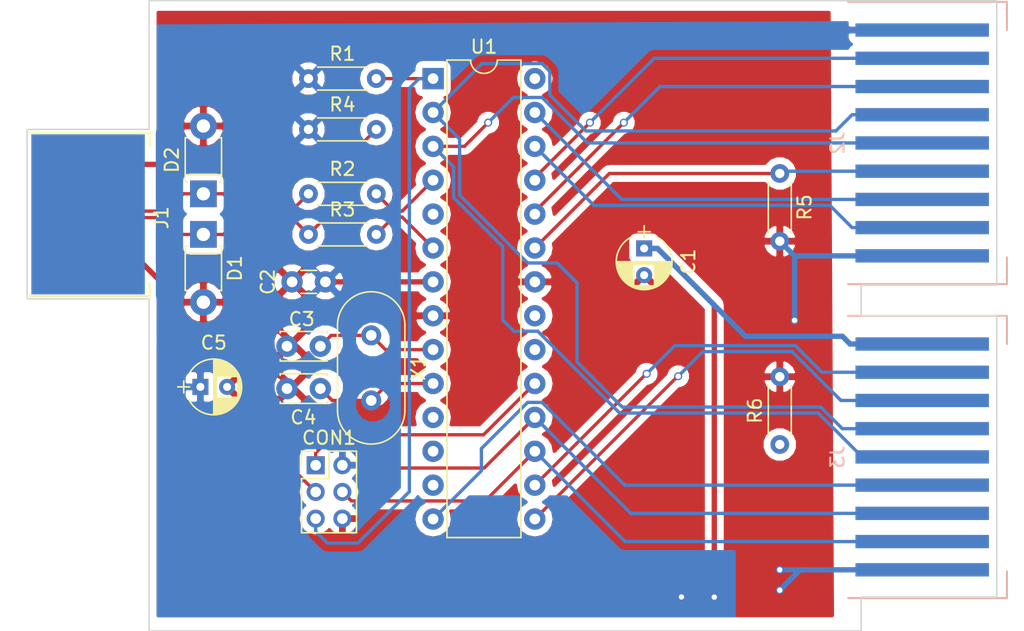
<source format=kicad_pcb>
(kicad_pcb (version 4) (host pcbnew 4.0.7)

  (general
    (links 55)
    (no_connects 2)
    (area 100.025999 79.705999 172.770001 127.050001)
    (thickness 1.6)
    (drawings 14)
    (tracks 190)
    (zones 0)
    (modules 19)
    (nets 31)
  )

  (page A4)
  (layers
    (0 F.Cu signal)
    (31 B.Cu signal)
    (32 B.Adhes user)
    (33 F.Adhes user)
    (34 B.Paste user)
    (35 F.Paste user)
    (36 B.SilkS user)
    (37 F.SilkS user)
    (38 B.Mask user)
    (39 F.Mask user hide)
    (40 Dwgs.User user)
    (41 Cmts.User user)
    (42 Eco1.User user)
    (43 Eco2.User user)
    (44 Edge.Cuts user)
    (45 Margin user)
    (46 B.CrtYd user)
    (47 F.CrtYd user)
    (48 B.Fab user)
    (49 F.Fab user)
  )

  (setup
    (last_trace_width 0.25)
    (trace_clearance 0.2)
    (zone_clearance 0.508)
    (zone_45_only yes)
    (trace_min 0.15)
    (segment_width 0.2)
    (edge_width 0.1)
    (via_size 0.6)
    (via_drill 0.4)
    (via_min_size 0.4)
    (via_min_drill 0.3)
    (uvia_size 0.3)
    (uvia_drill 0.1)
    (uvias_allowed no)
    (uvia_min_size 0.2)
    (uvia_min_drill 0.1)
    (pcb_text_width 0.3)
    (pcb_text_size 1.5 1.5)
    (mod_edge_width 0.15)
    (mod_text_size 1 1)
    (mod_text_width 0.15)
    (pad_size 1.5 1.5)
    (pad_drill 0.6)
    (pad_to_mask_clearance 0)
    (aux_axis_origin 0 0)
    (visible_elements FFFFFF7F)
    (pcbplotparams
      (layerselection 0x00030_80000001)
      (usegerberextensions false)
      (excludeedgelayer true)
      (linewidth 0.100000)
      (plotframeref false)
      (viasonmask false)
      (mode 1)
      (useauxorigin false)
      (hpglpennumber 1)
      (hpglpenspeed 20)
      (hpglpendiameter 15)
      (hpglpenoverlay 2)
      (psnegative false)
      (psa4output false)
      (plotreference true)
      (plotvalue true)
      (plotinvisibletext false)
      (padsonsilk false)
      (subtractmaskfromsilk false)
      (outputformat 1)
      (mirror false)
      (drillshape 1)
      (scaleselection 1)
      (outputdirectory ""))
  )

  (net 0 "")
  (net 1 +5V)
  (net 2 GND)
  (net 3 /D3_1)
  (net 4 /SCK)
  (net 5 /D2_1)
  (net 6 /!RESET)
  (net 7 "Net-(J1-Pad5)")
  (net 8 /D1_0)
  (net 9 /D0_0)
  (net 10 /TR)
  (net 11 /TH)
  (net 12 /TL_0)
  (net 13 /D3_0)
  (net 14 /D2_0)
  (net 15 /D1_1)
  (net 16 /D0_1)
  (net 17 /TL_1)
  (net 18 "Net-(U1-Pad5)")
  (net 19 "Net-(U1-Pad20)")
  (net 20 "Net-(U1-Pad21)")
  (net 21 "Net-(U1-Pad11)")
  (net 22 "Net-(U1-Pad12)")
  (net 23 "Net-(U1-Pad13)")
  (net 24 "Net-(U1-Pad28)")
  (net 25 /D-)
  (net 26 /D+)
  (net 27 /D_in+)
  (net 28 /D_in-)
  (net 29 "Net-(C3-Pad2)")
  (net 30 "Net-(C4-Pad2)")

  (net_class Default "This is the default net class."
    (clearance 0.2)
    (trace_width 0.25)
    (via_dia 0.6)
    (via_drill 0.4)
    (uvia_dia 0.3)
    (uvia_drill 0.1)
    (add_net /!RESET)
    (add_net /D+)
    (add_net /D-)
    (add_net /D0_0)
    (add_net /D0_1)
    (add_net /D1_0)
    (add_net /D1_1)
    (add_net /D2_0)
    (add_net /D2_1)
    (add_net /D3_0)
    (add_net /D3_1)
    (add_net /D_in+)
    (add_net /D_in-)
    (add_net /SCK)
    (add_net /TH)
    (add_net /TL_0)
    (add_net /TL_1)
    (add_net /TR)
    (add_net "Net-(C3-Pad2)")
    (add_net "Net-(C4-Pad2)")
    (add_net "Net-(J1-Pad5)")
    (add_net "Net-(U1-Pad11)")
    (add_net "Net-(U1-Pad12)")
    (add_net "Net-(U1-Pad13)")
    (add_net "Net-(U1-Pad20)")
    (add_net "Net-(U1-Pad21)")
    (add_net "Net-(U1-Pad28)")
    (add_net "Net-(U1-Pad5)")
  )

  (net_class pwr ""
    (clearance 0.3)
    (trace_width 0.4)
    (via_dia 0.6)
    (via_drill 0.4)
    (uvia_dia 0.3)
    (uvia_drill 0.1)
    (add_net +5V)
    (add_net GND)
  )

  (module conn_usr:USB_A-male_finger (layer F.Cu) (tedit 59AB3D34) (tstamp 59C4463C)
    (at 101.148 91.028)
    (path /599F903E)
    (fp_text reference J1 (at 9 5 90) (layer F.SilkS)
      (effects (font (size 1 1) (thickness 0.15)))
    )
    (fp_text value USB_B (at -2.25 5 90) (layer F.Fab)
      (effects (font (size 1 1) (thickness 0.15)))
    )
    (fp_line (start 8.111096 10.876524) (end 8.111096 9.876524) (layer F.SilkS) (width 0.15))
    (fp_line (start -0.888904 10.876524) (end 8.111096 10.876524) (layer F.SilkS) (width 0.15))
    (fp_line (start 8.111096 -1.373476) (end 8.111096 -0.373476) (layer F.SilkS) (width 0.15))
    (fp_line (start -0.888904 -1.373476) (end 8.111096 -1.373476) (layer F.SilkS) (width 0.15))
    (pad 4 connect rect (at 3.5 1) (size 7.5 2) (layers F.Cu F.Mask)
      (net 2 GND))
    (pad 2 connect rect (at 3.5 6) (size 5.5 2) (layers F.Cu F.Mask)
      (net 25 /D-))
    (pad 3 connect rect (at 3.5 3.5) (size 5.5 2) (layers F.Cu F.Mask)
      (net 26 /D+))
    (pad 1 connect rect (at 3.5 8.5) (size 7.5 2) (layers F.Cu F.Mask)
      (net 1 +5V))
    (pad 5 connect rect (at 3.5 4.75) (size 8.5 12) (layers B.Cu B.Mask)
      (net 7 "Net-(J1-Pad5)"))
  )

  (module conn_usr:Saturn_f_standalone (layer B.Cu) (tedit 59A9CE26) (tstamp 59C44644)
    (at 172.422 81.96 180)
    (path /59A00E16)
    (attr virtual)
    (fp_text reference J2 (at 11.638 -8.464 450) (layer B.SilkS)
      (effects (font (size 1 1) (thickness 0.15)) (justify mirror))
    )
    (fp_text value CONN_01X09 (at -1.5 -8 270) (layer B.Fab)
      (effects (font (size 1 1) (thickness 0.15)) (justify mirror))
    )
    (fp_line (start -1.058 2.116) (end 10.842 2.116) (layer B.SilkS) (width 0.15))
    (fp_line (start -1.058 0) (end -1.058 2) (layer B.SilkS) (width 0.15))
    (fp_line (start 10.842 -19.044) (end -1.058 -19.044) (layer B.SilkS) (width 0.15))
    (fp_line (start -1.058 -17.044) (end -1.058 -19.044) (layer B.SilkS) (width 0.15))
    (pad 1 connect rect (at 5.29 0 180) (size 10 1) (layers B.Cu B.Mask)
      (net 1 +5V))
    (pad 2 connect rect (at 5.29 -2.116 180) (size 10 1) (layers B.Cu B.Mask)
      (net 8 /D1_0))
    (pad 3 connect rect (at 5.29 -4.232 180) (size 10 1) (layers B.Cu B.Mask)
      (net 9 /D0_0))
    (pad 4 connect rect (at 5.29 -6.348 180) (size 10 1) (layers B.Cu B.Mask)
      (net 10 /TR))
    (pad 5 connect rect (at 5.29 -8.464 180) (size 10 1) (layers B.Cu B.Mask)
      (net 11 /TH))
    (pad 6 connect rect (at 5.29 -10.58 180) (size 10 1) (layers B.Cu B.Mask)
      (net 12 /TL_0))
    (pad 7 connect rect (at 5.29 -12.696 180) (size 10 1) (layers B.Cu B.Mask)
      (net 13 /D3_0))
    (pad 8 connect rect (at 5.29 -14.812 180) (size 10 1) (layers B.Cu B.Mask)
      (net 14 /D2_0))
    (pad 9 connect rect (at 5.29 -16.928 180) (size 10 1) (layers B.Cu B.Mask)
      (net 2 GND))
  )

  (module Crystals:Crystal_HC49-4H_Vertical (layer F.Cu) (tedit 58CD2E9C) (tstamp 59C4465C)
    (at 125.857 104.848 270)
    (descr "Crystal THT HC-49-4H http://5hertz.com/pdfs/04404_D.pdf")
    (tags "THT crystalHC-49-4H")
    (path /599FD1AA)
    (fp_text reference X1 (at 2.44 -3.525 270) (layer F.SilkS)
      (effects (font (size 1 1) (thickness 0.15)))
    )
    (fp_text value 12M (at 2.44 -0.127 270) (layer F.Fab)
      (effects (font (size 1 1) (thickness 0.15)))
    )
    (fp_text user %R (at 2.413 -3.556 270) (layer F.Fab)
      (effects (font (size 1 1) (thickness 0.15)))
    )
    (fp_line (start -0.76 -2.325) (end 5.64 -2.325) (layer F.Fab) (width 0.1))
    (fp_line (start -0.76 2.325) (end 5.64 2.325) (layer F.Fab) (width 0.1))
    (fp_line (start -0.56 -2) (end 5.44 -2) (layer F.Fab) (width 0.1))
    (fp_line (start -0.56 2) (end 5.44 2) (layer F.Fab) (width 0.1))
    (fp_line (start -0.76 -2.525) (end 5.64 -2.525) (layer F.SilkS) (width 0.12))
    (fp_line (start -0.76 2.525) (end 5.64 2.525) (layer F.SilkS) (width 0.12))
    (fp_line (start -3.6 -2.8) (end -3.6 2.8) (layer F.CrtYd) (width 0.05))
    (fp_line (start -3.6 2.8) (end 8.5 2.8) (layer F.CrtYd) (width 0.05))
    (fp_line (start 8.5 2.8) (end 8.5 -2.8) (layer F.CrtYd) (width 0.05))
    (fp_line (start 8.5 -2.8) (end -3.6 -2.8) (layer F.CrtYd) (width 0.05))
    (fp_arc (start -0.76 0) (end -0.76 -2.325) (angle -180) (layer F.Fab) (width 0.1))
    (fp_arc (start 5.64 0) (end 5.64 -2.325) (angle 180) (layer F.Fab) (width 0.1))
    (fp_arc (start -0.56 0) (end -0.56 -2) (angle -180) (layer F.Fab) (width 0.1))
    (fp_arc (start 5.44 0) (end 5.44 -2) (angle 180) (layer F.Fab) (width 0.1))
    (fp_arc (start -0.76 0) (end -0.76 -2.525) (angle -180) (layer F.SilkS) (width 0.12))
    (fp_arc (start 5.64 0) (end 5.64 -2.525) (angle 180) (layer F.SilkS) (width 0.12))
    (pad 1 thru_hole circle (at 0 0 270) (size 1.5 1.5) (drill 0.8) (layers *.Cu *.Mask)
      (net 29 "Net-(C3-Pad2)"))
    (pad 2 thru_hole circle (at 4.88 0 270) (size 1.5 1.5) (drill 0.8) (layers *.Cu *.Mask)
      (net 30 "Net-(C4-Pad2)"))
    (model ${KISYS3DMOD}/Crystals.3dshapes/Crystal_HC49-4H_Vertical.wrl
      (at (xyz 0 0 0))
      (scale (xyz 0.393701 0.393701 0.393701))
      (rotate (xyz 0 0 0))
    )
  )

  (module Housings_DIP:DIP-28_W7.62mm (layer F.Cu) (tedit 58CC8E2F) (tstamp 59A99047)
    (at 130.493333 85.598)
    (descr "28-lead dip package, row spacing 7.62 mm (300 mils)")
    (tags "DIL DIP PDIP 2.54mm 7.62mm 300mil")
    (path /599F8C9A)
    (fp_text reference U1 (at 3.81 -2.39) (layer F.SilkS)
      (effects (font (size 1 1) (thickness 0.15)))
    )
    (fp_text value ATMEGA328-PU (at 3.81 35.41) (layer F.Fab)
      (effects (font (size 1 1) (thickness 0.15)))
    )
    (fp_text user %R (at 3.81 16.51) (layer F.Fab)
      (effects (font (size 1 1) (thickness 0.15)))
    )
    (fp_line (start 1.635 -1.27) (end 6.985 -1.27) (layer F.Fab) (width 0.1))
    (fp_line (start 6.985 -1.27) (end 6.985 34.29) (layer F.Fab) (width 0.1))
    (fp_line (start 6.985 34.29) (end 0.635 34.29) (layer F.Fab) (width 0.1))
    (fp_line (start 0.635 34.29) (end 0.635 -0.27) (layer F.Fab) (width 0.1))
    (fp_line (start 0.635 -0.27) (end 1.635 -1.27) (layer F.Fab) (width 0.1))
    (fp_line (start 2.81 -1.39) (end 1.04 -1.39) (layer F.SilkS) (width 0.12))
    (fp_line (start 1.04 -1.39) (end 1.04 34.41) (layer F.SilkS) (width 0.12))
    (fp_line (start 1.04 34.41) (end 6.58 34.41) (layer F.SilkS) (width 0.12))
    (fp_line (start 6.58 34.41) (end 6.58 -1.39) (layer F.SilkS) (width 0.12))
    (fp_line (start 6.58 -1.39) (end 4.81 -1.39) (layer F.SilkS) (width 0.12))
    (fp_line (start -1.1 -1.6) (end -1.1 34.6) (layer F.CrtYd) (width 0.05))
    (fp_line (start -1.1 34.6) (end 8.7 34.6) (layer F.CrtYd) (width 0.05))
    (fp_line (start 8.7 34.6) (end 8.7 -1.6) (layer F.CrtYd) (width 0.05))
    (fp_line (start 8.7 -1.6) (end -1.1 -1.6) (layer F.CrtYd) (width 0.05))
    (fp_arc (start 3.81 -1.39) (end 2.81 -1.39) (angle -180) (layer F.SilkS) (width 0.12))
    (pad 1 thru_hole rect (at 0 0) (size 1.6 1.6) (drill 0.8) (layers *.Cu *.Mask)
      (net 6 /!RESET))
    (pad 15 thru_hole oval (at 7.62 33.02) (size 1.6 1.6) (drill 0.8) (layers *.Cu *.Mask)
      (net 16 /D0_1))
    (pad 2 thru_hole oval (at 0 2.54) (size 1.6 1.6) (drill 0.8) (layers *.Cu *.Mask)
      (net 10 /TR))
    (pad 16 thru_hole oval (at 7.62 30.48) (size 1.6 1.6) (drill 0.8) (layers *.Cu *.Mask)
      (net 15 /D1_1))
    (pad 3 thru_hole oval (at 0 5.08) (size 1.6 1.6) (drill 0.8) (layers *.Cu *.Mask)
      (net 11 /TH))
    (pad 17 thru_hole oval (at 7.62 27.94) (size 1.6 1.6) (drill 0.8) (layers *.Cu *.Mask)
      (net 5 /D2_1))
    (pad 4 thru_hole oval (at 0 7.62) (size 1.6 1.6) (drill 0.8) (layers *.Cu *.Mask)
      (net 27 /D_in+))
    (pad 18 thru_hole oval (at 7.62 25.4) (size 1.6 1.6) (drill 0.8) (layers *.Cu *.Mask)
      (net 3 /D3_1))
    (pad 5 thru_hole oval (at 0 10.16) (size 1.6 1.6) (drill 0.8) (layers *.Cu *.Mask)
      (net 18 "Net-(U1-Pad5)"))
    (pad 19 thru_hole oval (at 7.62 22.86) (size 1.6 1.6) (drill 0.8) (layers *.Cu *.Mask)
      (net 4 /SCK))
    (pad 6 thru_hole oval (at 0 12.7) (size 1.6 1.6) (drill 0.8) (layers *.Cu *.Mask)
      (net 28 /D_in-))
    (pad 20 thru_hole oval (at 7.62 20.32) (size 1.6 1.6) (drill 0.8) (layers *.Cu *.Mask)
      (net 19 "Net-(U1-Pad20)"))
    (pad 7 thru_hole oval (at 0 15.24) (size 1.6 1.6) (drill 0.8) (layers *.Cu *.Mask)
      (net 1 +5V))
    (pad 21 thru_hole oval (at 7.62 17.78) (size 1.6 1.6) (drill 0.8) (layers *.Cu *.Mask)
      (net 20 "Net-(U1-Pad21)"))
    (pad 8 thru_hole oval (at 0 17.78) (size 1.6 1.6) (drill 0.8) (layers *.Cu *.Mask)
      (net 2 GND))
    (pad 22 thru_hole oval (at 7.62 15.24) (size 1.6 1.6) (drill 0.8) (layers *.Cu *.Mask)
      (net 2 GND))
    (pad 9 thru_hole oval (at 0 20.32) (size 1.6 1.6) (drill 0.8) (layers *.Cu *.Mask)
      (net 29 "Net-(C3-Pad2)"))
    (pad 23 thru_hole oval (at 7.62 12.7) (size 1.6 1.6) (drill 0.8) (layers *.Cu *.Mask)
      (net 12 /TL_0))
    (pad 10 thru_hole oval (at 0 22.86) (size 1.6 1.6) (drill 0.8) (layers *.Cu *.Mask)
      (net 30 "Net-(C4-Pad2)"))
    (pad 24 thru_hole oval (at 7.62 10.16) (size 1.6 1.6) (drill 0.8) (layers *.Cu *.Mask)
      (net 9 /D0_0))
    (pad 11 thru_hole oval (at 0 25.4) (size 1.6 1.6) (drill 0.8) (layers *.Cu *.Mask)
      (net 21 "Net-(U1-Pad11)"))
    (pad 25 thru_hole oval (at 7.62 7.62) (size 1.6 1.6) (drill 0.8) (layers *.Cu *.Mask)
      (net 8 /D1_0))
    (pad 12 thru_hole oval (at 0 27.94) (size 1.6 1.6) (drill 0.8) (layers *.Cu *.Mask)
      (net 22 "Net-(U1-Pad12)"))
    (pad 26 thru_hole oval (at 7.62 5.08) (size 1.6 1.6) (drill 0.8) (layers *.Cu *.Mask)
      (net 14 /D2_0))
    (pad 13 thru_hole oval (at 0 30.48) (size 1.6 1.6) (drill 0.8) (layers *.Cu *.Mask)
      (net 23 "Net-(U1-Pad13)"))
    (pad 27 thru_hole oval (at 7.62 2.54) (size 1.6 1.6) (drill 0.8) (layers *.Cu *.Mask)
      (net 13 /D3_0))
    (pad 14 thru_hole oval (at 0 33.02) (size 1.6 1.6) (drill 0.8) (layers *.Cu *.Mask)
      (net 17 /TL_1))
    (pad 28 thru_hole oval (at 7.62 0) (size 1.6 1.6) (drill 0.8) (layers *.Cu *.Mask)
      (net 24 "Net-(U1-Pad28)"))
    (model ${KISYS3DMOD}/Housings_DIP.3dshapes/DIP-28_W7.62mm.wrl
      (at (xyz 0 0 0))
      (scale (xyz 1 1 1))
      (rotate (xyz 0 0 0))
    )
  )

  (module Capacitors_THT:C_Disc_D3.4mm_W2.1mm_P2.50mm (layer F.Cu) (tedit 597BC7C2) (tstamp 59A98FC9)
    (at 119.547 108.839)
    (descr "C, Disc series, Radial, pin pitch=2.50mm, , diameter*width=3.4*2.1mm^2, Capacitor, http://www.vishay.com/docs/45233/krseries.pdf")
    (tags "C Disc series Radial pin pitch 2.50mm  diameter 3.4mm width 2.1mm Capacitor")
    (path /599FD363)
    (fp_text reference C4 (at 1.23 2.159) (layer F.SilkS)
      (effects (font (size 1 1) (thickness 0.15)))
    )
    (fp_text value 10n (at -1.818 0 90) (layer F.Fab)
      (effects (font (size 1 1) (thickness 0.15)))
    )
    (fp_line (start -0.45 -1.05) (end -0.45 1.05) (layer F.Fab) (width 0.1))
    (fp_line (start -0.45 1.05) (end 2.95 1.05) (layer F.Fab) (width 0.1))
    (fp_line (start 2.95 1.05) (end 2.95 -1.05) (layer F.Fab) (width 0.1))
    (fp_line (start 2.95 -1.05) (end -0.45 -1.05) (layer F.Fab) (width 0.1))
    (fp_line (start -0.51 -1.11) (end 3.01 -1.11) (layer F.SilkS) (width 0.12))
    (fp_line (start -0.51 1.11) (end 3.01 1.11) (layer F.SilkS) (width 0.12))
    (fp_line (start -0.51 -1.11) (end -0.51 -0.996) (layer F.SilkS) (width 0.12))
    (fp_line (start -0.51 0.996) (end -0.51 1.11) (layer F.SilkS) (width 0.12))
    (fp_line (start 3.01 -1.11) (end 3.01 -0.996) (layer F.SilkS) (width 0.12))
    (fp_line (start 3.01 0.996) (end 3.01 1.11) (layer F.SilkS) (width 0.12))
    (fp_line (start -1.05 -1.4) (end -1.05 1.4) (layer F.CrtYd) (width 0.05))
    (fp_line (start -1.05 1.4) (end 3.55 1.4) (layer F.CrtYd) (width 0.05))
    (fp_line (start 3.55 1.4) (end 3.55 -1.4) (layer F.CrtYd) (width 0.05))
    (fp_line (start 3.55 -1.4) (end -1.05 -1.4) (layer F.CrtYd) (width 0.05))
    (fp_text user %R (at 1.23 2.159) (layer F.Fab)
      (effects (font (size 1 1) (thickness 0.15)))
    )
    (pad 1 thru_hole circle (at 0 0) (size 1.6 1.6) (drill 0.8) (layers *.Cu *.Mask)
      (net 2 GND))
    (pad 2 thru_hole circle (at 2.5 0) (size 1.6 1.6) (drill 0.8) (layers *.Cu *.Mask)
      (net 30 "Net-(C4-Pad2)"))
    (model ${KISYS3DMOD}/Capacitors_THT.3dshapes/C_Disc_D3.4mm_W2.1mm_P2.50mm.wrl
      (at (xyz 0 0 0))
      (scale (xyz 1 1 1))
      (rotate (xyz 0 0 0))
    )
  )

  (module Capacitors_THT:C_Disc_D3.4mm_W2.1mm_P2.50mm (layer F.Cu) (tedit 597BC7C2) (tstamp 59A98FC3)
    (at 119.547 105.664)
    (descr "C, Disc series, Radial, pin pitch=2.50mm, , diameter*width=3.4*2.1mm^2, Capacitor, http://www.vishay.com/docs/45233/krseries.pdf")
    (tags "C Disc series Radial pin pitch 2.50mm  diameter 3.4mm width 2.1mm Capacitor")
    (path /599FD268)
    (fp_text reference C3 (at 1.103 -2.032) (layer F.SilkS)
      (effects (font (size 1 1) (thickness 0.15)))
    )
    (fp_text value 10n (at -1.818 0 90) (layer F.Fab)
      (effects (font (size 1 1) (thickness 0.15)))
    )
    (fp_line (start -0.45 -1.05) (end -0.45 1.05) (layer F.Fab) (width 0.1))
    (fp_line (start -0.45 1.05) (end 2.95 1.05) (layer F.Fab) (width 0.1))
    (fp_line (start 2.95 1.05) (end 2.95 -1.05) (layer F.Fab) (width 0.1))
    (fp_line (start 2.95 -1.05) (end -0.45 -1.05) (layer F.Fab) (width 0.1))
    (fp_line (start -0.51 -1.11) (end 3.01 -1.11) (layer F.SilkS) (width 0.12))
    (fp_line (start -0.51 1.11) (end 3.01 1.11) (layer F.SilkS) (width 0.12))
    (fp_line (start -0.51 -1.11) (end -0.51 -0.996) (layer F.SilkS) (width 0.12))
    (fp_line (start -0.51 0.996) (end -0.51 1.11) (layer F.SilkS) (width 0.12))
    (fp_line (start 3.01 -1.11) (end 3.01 -0.996) (layer F.SilkS) (width 0.12))
    (fp_line (start 3.01 0.996) (end 3.01 1.11) (layer F.SilkS) (width 0.12))
    (fp_line (start -1.05 -1.4) (end -1.05 1.4) (layer F.CrtYd) (width 0.05))
    (fp_line (start -1.05 1.4) (end 3.55 1.4) (layer F.CrtYd) (width 0.05))
    (fp_line (start 3.55 1.4) (end 3.55 -1.4) (layer F.CrtYd) (width 0.05))
    (fp_line (start 3.55 -1.4) (end -1.05 -1.4) (layer F.CrtYd) (width 0.05))
    (fp_text user %R (at 1.103 -2.032) (layer F.Fab)
      (effects (font (size 1 1) (thickness 0.15)))
    )
    (pad 1 thru_hole circle (at 0 0) (size 1.6 1.6) (drill 0.8) (layers *.Cu *.Mask)
      (net 2 GND))
    (pad 2 thru_hole circle (at 2.5 0) (size 1.6 1.6) (drill 0.8) (layers *.Cu *.Mask)
      (net 29 "Net-(C3-Pad2)"))
    (model ${KISYS3DMOD}/Capacitors_THT.3dshapes/C_Disc_D3.4mm_W2.1mm_P2.50mm.wrl
      (at (xyz 0 0 0))
      (scale (xyz 1 1 1))
      (rotate (xyz 0 0 0))
    )
  )

  (module Diodes_THT:D_T-1_P5.08mm_Horizontal (layer F.Cu) (tedit 5921392F) (tstamp 59A98FD9)
    (at 113.284 97.282 270)
    (descr "D, T-1 series, Axial, Horizontal, pin pitch=5.08mm, , length*diameter=3.2*2.6mm^2, , http://www.diodes.com/_files/packages/T-1.pdf")
    (tags "D T-1 series Axial Horizontal pin pitch 5.08mm  length 3.2mm diameter 2.6mm")
    (path /599FD921)
    (fp_text reference D1 (at 2.54 -2.36 270) (layer F.SilkS)
      (effects (font (size 1 1) (thickness 0.15)))
    )
    (fp_text value 3v6 (at 2.54 2.36 270) (layer F.Fab)
      (effects (font (size 1 1) (thickness 0.15)))
    )
    (fp_text user %R (at 2.54 0 270) (layer F.Fab)
      (effects (font (size 1 1) (thickness 0.15)))
    )
    (fp_line (start 0.94 -1.3) (end 0.94 1.3) (layer F.Fab) (width 0.1))
    (fp_line (start 0.94 1.3) (end 4.14 1.3) (layer F.Fab) (width 0.1))
    (fp_line (start 4.14 1.3) (end 4.14 -1.3) (layer F.Fab) (width 0.1))
    (fp_line (start 4.14 -1.3) (end 0.94 -1.3) (layer F.Fab) (width 0.1))
    (fp_line (start 0 0) (end 0.94 0) (layer F.Fab) (width 0.1))
    (fp_line (start 5.08 0) (end 4.14 0) (layer F.Fab) (width 0.1))
    (fp_line (start 1.42 -1.3) (end 1.42 1.3) (layer F.Fab) (width 0.1))
    (fp_line (start 0.88 -1.18) (end 0.88 -1.36) (layer F.SilkS) (width 0.12))
    (fp_line (start 0.88 -1.36) (end 4.2 -1.36) (layer F.SilkS) (width 0.12))
    (fp_line (start 4.2 -1.36) (end 4.2 -1.18) (layer F.SilkS) (width 0.12))
    (fp_line (start 0.88 1.18) (end 0.88 1.36) (layer F.SilkS) (width 0.12))
    (fp_line (start 0.88 1.36) (end 4.2 1.36) (layer F.SilkS) (width 0.12))
    (fp_line (start 4.2 1.36) (end 4.2 1.18) (layer F.SilkS) (width 0.12))
    (fp_line (start 1.42 -1.36) (end 1.42 1.36) (layer F.SilkS) (width 0.12))
    (fp_line (start -1.25 -1.65) (end -1.25 1.65) (layer F.CrtYd) (width 0.05))
    (fp_line (start -1.25 1.65) (end 6.35 1.65) (layer F.CrtYd) (width 0.05))
    (fp_line (start 6.35 1.65) (end 6.35 -1.65) (layer F.CrtYd) (width 0.05))
    (fp_line (start 6.35 -1.65) (end -1.25 -1.65) (layer F.CrtYd) (width 0.05))
    (pad 1 thru_hole rect (at 0 0 270) (size 2 2) (drill 1) (layers *.Cu *.Mask)
      (net 25 /D-))
    (pad 2 thru_hole oval (at 5.08 0 270) (size 2 2) (drill 1) (layers *.Cu *.Mask)
      (net 2 GND))
    (model ${KISYS3DMOD}/Diodes_THT.3dshapes/D_T-1_P5.08mm_Horizontal.wrl
      (at (xyz 0 0 0))
      (scale (xyz 0.393701 0.393701 0.393701))
      (rotate (xyz 0 0 0))
    )
  )

  (module Diodes_THT:D_T-1_P5.08mm_Horizontal (layer F.Cu) (tedit 5921392F) (tstamp 59A98FDF)
    (at 113.284 94.234 90)
    (descr "D, T-1 series, Axial, Horizontal, pin pitch=5.08mm, , length*diameter=3.2*2.6mm^2, , http://www.diodes.com/_files/packages/T-1.pdf")
    (tags "D T-1 series Axial Horizontal pin pitch 5.08mm  length 3.2mm diameter 2.6mm")
    (path /599FD9C5)
    (fp_text reference D2 (at 2.54 -2.36 90) (layer F.SilkS)
      (effects (font (size 1 1) (thickness 0.15)))
    )
    (fp_text value 3v6 (at 2.54 2.36 90) (layer F.Fab)
      (effects (font (size 1 1) (thickness 0.15)))
    )
    (fp_text user %R (at 2.54 0 90) (layer F.Fab)
      (effects (font (size 1 1) (thickness 0.15)))
    )
    (fp_line (start 0.94 -1.3) (end 0.94 1.3) (layer F.Fab) (width 0.1))
    (fp_line (start 0.94 1.3) (end 4.14 1.3) (layer F.Fab) (width 0.1))
    (fp_line (start 4.14 1.3) (end 4.14 -1.3) (layer F.Fab) (width 0.1))
    (fp_line (start 4.14 -1.3) (end 0.94 -1.3) (layer F.Fab) (width 0.1))
    (fp_line (start 0 0) (end 0.94 0) (layer F.Fab) (width 0.1))
    (fp_line (start 5.08 0) (end 4.14 0) (layer F.Fab) (width 0.1))
    (fp_line (start 1.42 -1.3) (end 1.42 1.3) (layer F.Fab) (width 0.1))
    (fp_line (start 0.88 -1.18) (end 0.88 -1.36) (layer F.SilkS) (width 0.12))
    (fp_line (start 0.88 -1.36) (end 4.2 -1.36) (layer F.SilkS) (width 0.12))
    (fp_line (start 4.2 -1.36) (end 4.2 -1.18) (layer F.SilkS) (width 0.12))
    (fp_line (start 0.88 1.18) (end 0.88 1.36) (layer F.SilkS) (width 0.12))
    (fp_line (start 0.88 1.36) (end 4.2 1.36) (layer F.SilkS) (width 0.12))
    (fp_line (start 4.2 1.36) (end 4.2 1.18) (layer F.SilkS) (width 0.12))
    (fp_line (start 1.42 -1.36) (end 1.42 1.36) (layer F.SilkS) (width 0.12))
    (fp_line (start -1.25 -1.65) (end -1.25 1.65) (layer F.CrtYd) (width 0.05))
    (fp_line (start -1.25 1.65) (end 6.35 1.65) (layer F.CrtYd) (width 0.05))
    (fp_line (start 6.35 1.65) (end 6.35 -1.65) (layer F.CrtYd) (width 0.05))
    (fp_line (start 6.35 -1.65) (end -1.25 -1.65) (layer F.CrtYd) (width 0.05))
    (pad 1 thru_hole rect (at 0 0 90) (size 2 2) (drill 1) (layers *.Cu *.Mask)
      (net 26 /D+))
    (pad 2 thru_hole oval (at 5.08 0 90) (size 2 2) (drill 1) (layers *.Cu *.Mask)
      (net 2 GND))
    (model ${KISYS3DMOD}/Diodes_THT.3dshapes/D_T-1_P5.08mm_Horizontal.wrl
      (at (xyz 0 0 0))
      (scale (xyz 0.393701 0.393701 0.393701))
      (rotate (xyz 0 0 0))
    )
  )

  (module Capacitors_THT:CP_Radial_D4.0mm_P2.00mm (layer F.Cu) (tedit 597BC7C2) (tstamp 59AC1C8B)
    (at 113.062 108.712)
    (descr "CP, Radial series, Radial, pin pitch=2.00mm, , diameter=4mm, Electrolytic Capacitor")
    (tags "CP Radial series Radial pin pitch 2.00mm  diameter 4mm Electrolytic Capacitor")
    (path /59AC2F83)
    (fp_text reference C5 (at 1 -3.31) (layer F.SilkS)
      (effects (font (size 1 1) (thickness 0.15)))
    )
    (fp_text value 10u (at 1 3.31) (layer F.Fab)
      (effects (font (size 1 1) (thickness 0.15)))
    )
    (fp_arc (start 1 0) (end -0.845996 -0.98) (angle 124.1) (layer F.SilkS) (width 0.12))
    (fp_arc (start 1 0) (end -0.845996 0.98) (angle -124.1) (layer F.SilkS) (width 0.12))
    (fp_arc (start 1 0) (end 2.845996 -0.98) (angle 55.9) (layer F.SilkS) (width 0.12))
    (fp_circle (center 1 0) (end 3 0) (layer F.Fab) (width 0.1))
    (fp_line (start -1.7 0) (end -0.8 0) (layer F.Fab) (width 0.1))
    (fp_line (start -1.25 -0.45) (end -1.25 0.45) (layer F.Fab) (width 0.1))
    (fp_line (start 1 -2.05) (end 1 2.05) (layer F.SilkS) (width 0.12))
    (fp_line (start 1.04 -2.05) (end 1.04 2.05) (layer F.SilkS) (width 0.12))
    (fp_line (start 1.08 -2.049) (end 1.08 2.049) (layer F.SilkS) (width 0.12))
    (fp_line (start 1.12 -2.047) (end 1.12 2.047) (layer F.SilkS) (width 0.12))
    (fp_line (start 1.16 -2.044) (end 1.16 2.044) (layer F.SilkS) (width 0.12))
    (fp_line (start 1.2 -2.041) (end 1.2 2.041) (layer F.SilkS) (width 0.12))
    (fp_line (start 1.24 -2.037) (end 1.24 -0.78) (layer F.SilkS) (width 0.12))
    (fp_line (start 1.24 0.78) (end 1.24 2.037) (layer F.SilkS) (width 0.12))
    (fp_line (start 1.28 -2.032) (end 1.28 -0.78) (layer F.SilkS) (width 0.12))
    (fp_line (start 1.28 0.78) (end 1.28 2.032) (layer F.SilkS) (width 0.12))
    (fp_line (start 1.32 -2.026) (end 1.32 -0.78) (layer F.SilkS) (width 0.12))
    (fp_line (start 1.32 0.78) (end 1.32 2.026) (layer F.SilkS) (width 0.12))
    (fp_line (start 1.36 -2.019) (end 1.36 -0.78) (layer F.SilkS) (width 0.12))
    (fp_line (start 1.36 0.78) (end 1.36 2.019) (layer F.SilkS) (width 0.12))
    (fp_line (start 1.4 -2.012) (end 1.4 -0.78) (layer F.SilkS) (width 0.12))
    (fp_line (start 1.4 0.78) (end 1.4 2.012) (layer F.SilkS) (width 0.12))
    (fp_line (start 1.44 -2.004) (end 1.44 -0.78) (layer F.SilkS) (width 0.12))
    (fp_line (start 1.44 0.78) (end 1.44 2.004) (layer F.SilkS) (width 0.12))
    (fp_line (start 1.48 -1.995) (end 1.48 -0.78) (layer F.SilkS) (width 0.12))
    (fp_line (start 1.48 0.78) (end 1.48 1.995) (layer F.SilkS) (width 0.12))
    (fp_line (start 1.52 -1.985) (end 1.52 -0.78) (layer F.SilkS) (width 0.12))
    (fp_line (start 1.52 0.78) (end 1.52 1.985) (layer F.SilkS) (width 0.12))
    (fp_line (start 1.56 -1.974) (end 1.56 -0.78) (layer F.SilkS) (width 0.12))
    (fp_line (start 1.56 0.78) (end 1.56 1.974) (layer F.SilkS) (width 0.12))
    (fp_line (start 1.6 -1.963) (end 1.6 -0.78) (layer F.SilkS) (width 0.12))
    (fp_line (start 1.6 0.78) (end 1.6 1.963) (layer F.SilkS) (width 0.12))
    (fp_line (start 1.64 -1.95) (end 1.64 -0.78) (layer F.SilkS) (width 0.12))
    (fp_line (start 1.64 0.78) (end 1.64 1.95) (layer F.SilkS) (width 0.12))
    (fp_line (start 1.68 -1.937) (end 1.68 -0.78) (layer F.SilkS) (width 0.12))
    (fp_line (start 1.68 0.78) (end 1.68 1.937) (layer F.SilkS) (width 0.12))
    (fp_line (start 1.721 -1.923) (end 1.721 -0.78) (layer F.SilkS) (width 0.12))
    (fp_line (start 1.721 0.78) (end 1.721 1.923) (layer F.SilkS) (width 0.12))
    (fp_line (start 1.761 -1.907) (end 1.761 -0.78) (layer F.SilkS) (width 0.12))
    (fp_line (start 1.761 0.78) (end 1.761 1.907) (layer F.SilkS) (width 0.12))
    (fp_line (start 1.801 -1.891) (end 1.801 -0.78) (layer F.SilkS) (width 0.12))
    (fp_line (start 1.801 0.78) (end 1.801 1.891) (layer F.SilkS) (width 0.12))
    (fp_line (start 1.841 -1.874) (end 1.841 -0.78) (layer F.SilkS) (width 0.12))
    (fp_line (start 1.841 0.78) (end 1.841 1.874) (layer F.SilkS) (width 0.12))
    (fp_line (start 1.881 -1.856) (end 1.881 -0.78) (layer F.SilkS) (width 0.12))
    (fp_line (start 1.881 0.78) (end 1.881 1.856) (layer F.SilkS) (width 0.12))
    (fp_line (start 1.921 -1.837) (end 1.921 -0.78) (layer F.SilkS) (width 0.12))
    (fp_line (start 1.921 0.78) (end 1.921 1.837) (layer F.SilkS) (width 0.12))
    (fp_line (start 1.961 -1.817) (end 1.961 -0.78) (layer F.SilkS) (width 0.12))
    (fp_line (start 1.961 0.78) (end 1.961 1.817) (layer F.SilkS) (width 0.12))
    (fp_line (start 2.001 -1.796) (end 2.001 -0.78) (layer F.SilkS) (width 0.12))
    (fp_line (start 2.001 0.78) (end 2.001 1.796) (layer F.SilkS) (width 0.12))
    (fp_line (start 2.041 -1.773) (end 2.041 -0.78) (layer F.SilkS) (width 0.12))
    (fp_line (start 2.041 0.78) (end 2.041 1.773) (layer F.SilkS) (width 0.12))
    (fp_line (start 2.081 -1.75) (end 2.081 -0.78) (layer F.SilkS) (width 0.12))
    (fp_line (start 2.081 0.78) (end 2.081 1.75) (layer F.SilkS) (width 0.12))
    (fp_line (start 2.121 -1.725) (end 2.121 -0.78) (layer F.SilkS) (width 0.12))
    (fp_line (start 2.121 0.78) (end 2.121 1.725) (layer F.SilkS) (width 0.12))
    (fp_line (start 2.161 -1.699) (end 2.161 -0.78) (layer F.SilkS) (width 0.12))
    (fp_line (start 2.161 0.78) (end 2.161 1.699) (layer F.SilkS) (width 0.12))
    (fp_line (start 2.201 -1.672) (end 2.201 -0.78) (layer F.SilkS) (width 0.12))
    (fp_line (start 2.201 0.78) (end 2.201 1.672) (layer F.SilkS) (width 0.12))
    (fp_line (start 2.241 -1.643) (end 2.241 -0.78) (layer F.SilkS) (width 0.12))
    (fp_line (start 2.241 0.78) (end 2.241 1.643) (layer F.SilkS) (width 0.12))
    (fp_line (start 2.281 -1.613) (end 2.281 -0.78) (layer F.SilkS) (width 0.12))
    (fp_line (start 2.281 0.78) (end 2.281 1.613) (layer F.SilkS) (width 0.12))
    (fp_line (start 2.321 -1.581) (end 2.321 -0.78) (layer F.SilkS) (width 0.12))
    (fp_line (start 2.321 0.78) (end 2.321 1.581) (layer F.SilkS) (width 0.12))
    (fp_line (start 2.361 -1.547) (end 2.361 -0.78) (layer F.SilkS) (width 0.12))
    (fp_line (start 2.361 0.78) (end 2.361 1.547) (layer F.SilkS) (width 0.12))
    (fp_line (start 2.401 -1.512) (end 2.401 -0.78) (layer F.SilkS) (width 0.12))
    (fp_line (start 2.401 0.78) (end 2.401 1.512) (layer F.SilkS) (width 0.12))
    (fp_line (start 2.441 -1.475) (end 2.441 -0.78) (layer F.SilkS) (width 0.12))
    (fp_line (start 2.441 0.78) (end 2.441 1.475) (layer F.SilkS) (width 0.12))
    (fp_line (start 2.481 -1.436) (end 2.481 -0.78) (layer F.SilkS) (width 0.12))
    (fp_line (start 2.481 0.78) (end 2.481 1.436) (layer F.SilkS) (width 0.12))
    (fp_line (start 2.521 -1.395) (end 2.521 -0.78) (layer F.SilkS) (width 0.12))
    (fp_line (start 2.521 0.78) (end 2.521 1.395) (layer F.SilkS) (width 0.12))
    (fp_line (start 2.561 -1.351) (end 2.561 -0.78) (layer F.SilkS) (width 0.12))
    (fp_line (start 2.561 0.78) (end 2.561 1.351) (layer F.SilkS) (width 0.12))
    (fp_line (start 2.601 -1.305) (end 2.601 -0.78) (layer F.SilkS) (width 0.12))
    (fp_line (start 2.601 0.78) (end 2.601 1.305) (layer F.SilkS) (width 0.12))
    (fp_line (start 2.641 -1.256) (end 2.641 -0.78) (layer F.SilkS) (width 0.12))
    (fp_line (start 2.641 0.78) (end 2.641 1.256) (layer F.SilkS) (width 0.12))
    (fp_line (start 2.681 -1.204) (end 2.681 -0.78) (layer F.SilkS) (width 0.12))
    (fp_line (start 2.681 0.78) (end 2.681 1.204) (layer F.SilkS) (width 0.12))
    (fp_line (start 2.721 -1.148) (end 2.721 -0.78) (layer F.SilkS) (width 0.12))
    (fp_line (start 2.721 0.78) (end 2.721 1.148) (layer F.SilkS) (width 0.12))
    (fp_line (start 2.761 -1.088) (end 2.761 -0.78) (layer F.SilkS) (width 0.12))
    (fp_line (start 2.761 0.78) (end 2.761 1.088) (layer F.SilkS) (width 0.12))
    (fp_line (start 2.801 -1.023) (end 2.801 1.023) (layer F.SilkS) (width 0.12))
    (fp_line (start 2.841 -0.952) (end 2.841 0.952) (layer F.SilkS) (width 0.12))
    (fp_line (start 2.881 -0.874) (end 2.881 0.874) (layer F.SilkS) (width 0.12))
    (fp_line (start 2.921 -0.786) (end 2.921 0.786) (layer F.SilkS) (width 0.12))
    (fp_line (start 2.961 -0.686) (end 2.961 0.686) (layer F.SilkS) (width 0.12))
    (fp_line (start 3.001 -0.567) (end 3.001 0.567) (layer F.SilkS) (width 0.12))
    (fp_line (start 3.041 -0.415) (end 3.041 0.415) (layer F.SilkS) (width 0.12))
    (fp_line (start 3.081 -0.165) (end 3.081 0.165) (layer F.SilkS) (width 0.12))
    (fp_line (start -1.7 0) (end -0.8 0) (layer F.SilkS) (width 0.12))
    (fp_line (start -1.25 -0.45) (end -1.25 0.45) (layer F.SilkS) (width 0.12))
    (fp_line (start -1.35 -2.35) (end -1.35 2.35) (layer F.CrtYd) (width 0.05))
    (fp_line (start -1.35 2.35) (end 3.35 2.35) (layer F.CrtYd) (width 0.05))
    (fp_line (start 3.35 2.35) (end 3.35 -2.35) (layer F.CrtYd) (width 0.05))
    (fp_line (start 3.35 -2.35) (end -1.35 -2.35) (layer F.CrtYd) (width 0.05))
    (fp_text user %R (at 1 0) (layer F.Fab)
      (effects (font (size 1 1) (thickness 0.15)))
    )
    (pad 1 thru_hole rect (at 0 0) (size 1.2 1.2) (drill 0.6) (layers *.Cu *.Mask)
      (net 1 +5V))
    (pad 2 thru_hole circle (at 2 0) (size 1.2 1.2) (drill 0.6) (layers *.Cu *.Mask)
      (net 2 GND))
    (model ${KISYS3DMOD}/Capacitors_THT.3dshapes/CP_Radial_D4.0mm_P2.00mm.wrl
      (at (xyz 0 0 0))
      (scale (xyz 1 1 1))
      (rotate (xyz 0 0 0))
    )
  )

  (module Pin_Headers:Pin_Header_Straight_2x03_Pitch2.00mm (layer F.Cu) (tedit 59650534) (tstamp 59A98FD3)
    (at 121.698 114.586)
    (descr "Through hole straight pin header, 2x03, 2.00mm pitch, double rows")
    (tags "Through hole pin header THT 2x03 2.00mm double row")
    (path /59A0074F)
    (fp_text reference CON1 (at 1 -2.06) (layer F.SilkS)
      (effects (font (size 1 1) (thickness 0.15)))
    )
    (fp_text value AVR-ISP-6 (at 1 6.06) (layer F.Fab)
      (effects (font (size 1 1) (thickness 0.15)))
    )
    (fp_line (start 0 -1) (end 3 -1) (layer F.Fab) (width 0.1))
    (fp_line (start 3 -1) (end 3 5) (layer F.Fab) (width 0.1))
    (fp_line (start 3 5) (end -1 5) (layer F.Fab) (width 0.1))
    (fp_line (start -1 5) (end -1 0) (layer F.Fab) (width 0.1))
    (fp_line (start -1 0) (end 0 -1) (layer F.Fab) (width 0.1))
    (fp_line (start -1.06 5.06) (end 3.06 5.06) (layer F.SilkS) (width 0.12))
    (fp_line (start -1.06 1) (end -1.06 5.06) (layer F.SilkS) (width 0.12))
    (fp_line (start 3.06 -1.06) (end 3.06 5.06) (layer F.SilkS) (width 0.12))
    (fp_line (start -1.06 1) (end 1 1) (layer F.SilkS) (width 0.12))
    (fp_line (start 1 1) (end 1 -1.06) (layer F.SilkS) (width 0.12))
    (fp_line (start 1 -1.06) (end 3.06 -1.06) (layer F.SilkS) (width 0.12))
    (fp_line (start -1.06 0) (end -1.06 -1.06) (layer F.SilkS) (width 0.12))
    (fp_line (start -1.06 -1.06) (end 0 -1.06) (layer F.SilkS) (width 0.12))
    (fp_line (start -1.5 -1.5) (end -1.5 5.5) (layer F.CrtYd) (width 0.05))
    (fp_line (start -1.5 5.5) (end 3.5 5.5) (layer F.CrtYd) (width 0.05))
    (fp_line (start 3.5 5.5) (end 3.5 -1.5) (layer F.CrtYd) (width 0.05))
    (fp_line (start 3.5 -1.5) (end -1.5 -1.5) (layer F.CrtYd) (width 0.05))
    (fp_text user %R (at 1 2 90) (layer F.Fab)
      (effects (font (size 1 1) (thickness 0.15)))
    )
    (pad 1 thru_hole rect (at 0 0) (size 1.35 1.35) (drill 0.8) (layers *.Cu *.Mask)
      (net 3 /D3_1))
    (pad 2 thru_hole oval (at 2 0) (size 1.35 1.35) (drill 0.8) (layers *.Cu *.Mask)
      (net 1 +5V))
    (pad 3 thru_hole oval (at 0 2) (size 1.35 1.35) (drill 0.8) (layers *.Cu *.Mask)
      (net 4 /SCK))
    (pad 4 thru_hole oval (at 2 2) (size 1.35 1.35) (drill 0.8) (layers *.Cu *.Mask)
      (net 5 /D2_1))
    (pad 5 thru_hole oval (at 0 4) (size 1.35 1.35) (drill 0.8) (layers *.Cu *.Mask)
      (net 6 /!RESET))
    (pad 6 thru_hole oval (at 2 4) (size 1.35 1.35) (drill 0.8) (layers *.Cu *.Mask)
      (net 2 GND))
    (model ${KISYS3DMOD}/Pin_Headers.3dshapes/Pin_Header_Straight_2x03_Pitch2.00mm.wrl
      (at (xyz 0 0 0))
      (scale (xyz 1 1 1))
      (rotate (xyz 0 0 0))
    )
  )

  (module Capacitors_THT:C_Disc_D3.0mm_W1.6mm_P2.50mm (layer F.Cu) (tedit 597BC7C2) (tstamp 59A98FBD)
    (at 122.428 100.838 180)
    (descr "C, Disc series, Radial, pin pitch=2.50mm, , diameter*width=3.0*1.6mm^2, Capacitor, http://www.vishay.com/docs/45233/krseries.pdf")
    (tags "C Disc series Radial pin pitch 2.50mm  diameter 3.0mm width 1.6mm Capacitor")
    (path /599FA76C)
    (fp_text reference C2 (at 4.318 0 270) (layer F.SilkS)
      (effects (font (size 1 1) (thickness 0.15)))
    )
    (fp_text value 0u1 (at 1.25 1.651 180) (layer F.Fab)
      (effects (font (size 1 1) (thickness 0.15)))
    )
    (fp_line (start -0.25 -0.8) (end -0.25 0.8) (layer F.Fab) (width 0.1))
    (fp_line (start -0.25 0.8) (end 2.75 0.8) (layer F.Fab) (width 0.1))
    (fp_line (start 2.75 0.8) (end 2.75 -0.8) (layer F.Fab) (width 0.1))
    (fp_line (start 2.75 -0.8) (end -0.25 -0.8) (layer F.Fab) (width 0.1))
    (fp_line (start 0.663 -0.861) (end 1.837 -0.861) (layer F.SilkS) (width 0.12))
    (fp_line (start 0.663 0.861) (end 1.837 0.861) (layer F.SilkS) (width 0.12))
    (fp_line (start -1.05 -1.15) (end -1.05 1.15) (layer F.CrtYd) (width 0.05))
    (fp_line (start -1.05 1.15) (end 3.55 1.15) (layer F.CrtYd) (width 0.05))
    (fp_line (start 3.55 1.15) (end 3.55 -1.15) (layer F.CrtYd) (width 0.05))
    (fp_line (start 3.55 -1.15) (end -1.05 -1.15) (layer F.CrtYd) (width 0.05))
    (fp_text user %R (at 4.318 0 270) (layer F.Fab)
      (effects (font (size 1 1) (thickness 0.15)))
    )
    (pad 1 thru_hole circle (at 0 0 180) (size 1.6 1.6) (drill 0.8) (layers *.Cu *.Mask)
      (net 1 +5V))
    (pad 2 thru_hole circle (at 2.5 0 180) (size 1.6 1.6) (drill 0.8) (layers *.Cu *.Mask)
      (net 2 GND))
    (model ${KISYS3DMOD}/Capacitors_THT.3dshapes/C_Disc_D3.0mm_W1.6mm_P2.50mm.wrl
      (at (xyz 0 0 0))
      (scale (xyz 1 1 1))
      (rotate (xyz 0 0 0))
    )
  )

  (module Resistors_THT:R_Axial_DIN0204_L3.6mm_D1.6mm_P5.08mm_Horizontal (layer F.Cu) (tedit 5874F706) (tstamp 59A9900F)
    (at 121.158 94.234)
    (descr "Resistor, Axial_DIN0204 series, Axial, Horizontal, pin pitch=5.08mm, 0.16666666666666666W = 1/6W, length*diameter=3.6*1.6mm^2, http://cdn-reichelt.de/documents/datenblatt/B400/1_4W%23YAG.pdf")
    (tags "Resistor Axial_DIN0204 series Axial Horizontal pin pitch 5.08mm 0.16666666666666666W = 1/6W length 3.6mm diameter 1.6mm")
    (path /599F9150)
    (fp_text reference R2 (at 2.54 -1.86) (layer F.SilkS)
      (effects (font (size 1 1) (thickness 0.15)))
    )
    (fp_text value 48o (at 2.54 0) (layer F.Fab)
      (effects (font (size 1 1) (thickness 0.15)))
    )
    (fp_line (start 0.74 -0.8) (end 0.74 0.8) (layer F.Fab) (width 0.1))
    (fp_line (start 0.74 0.8) (end 4.34 0.8) (layer F.Fab) (width 0.1))
    (fp_line (start 4.34 0.8) (end 4.34 -0.8) (layer F.Fab) (width 0.1))
    (fp_line (start 4.34 -0.8) (end 0.74 -0.8) (layer F.Fab) (width 0.1))
    (fp_line (start 0 0) (end 0.74 0) (layer F.Fab) (width 0.1))
    (fp_line (start 5.08 0) (end 4.34 0) (layer F.Fab) (width 0.1))
    (fp_line (start 0.68 -0.86) (end 4.4 -0.86) (layer F.SilkS) (width 0.12))
    (fp_line (start 0.68 0.86) (end 4.4 0.86) (layer F.SilkS) (width 0.12))
    (fp_line (start -0.95 -1.15) (end -0.95 1.15) (layer F.CrtYd) (width 0.05))
    (fp_line (start -0.95 1.15) (end 6.05 1.15) (layer F.CrtYd) (width 0.05))
    (fp_line (start 6.05 1.15) (end 6.05 -1.15) (layer F.CrtYd) (width 0.05))
    (fp_line (start 6.05 -1.15) (end -0.95 -1.15) (layer F.CrtYd) (width 0.05))
    (pad 1 thru_hole circle (at 0 0) (size 1.4 1.4) (drill 0.7) (layers *.Cu *.Mask)
      (net 26 /D+))
    (pad 2 thru_hole oval (at 5.08 0) (size 1.4 1.4) (drill 0.7) (layers *.Cu *.Mask)
      (net 27 /D_in+))
    (model ${KISYS3DMOD}/Resistors_THT.3dshapes/R_Axial_DIN0204_L3.6mm_D1.6mm_P5.08mm_Horizontal.wrl
      (at (xyz 0 0 0))
      (scale (xyz 0.393701 0.393701 0.393701))
      (rotate (xyz 0 0 0))
    )
  )

  (module Resistors_THT:R_Axial_DIN0204_L3.6mm_D1.6mm_P5.08mm_Horizontal (layer F.Cu) (tedit 5874F706) (tstamp 59A99015)
    (at 121.158 97.282)
    (descr "Resistor, Axial_DIN0204 series, Axial, Horizontal, pin pitch=5.08mm, 0.16666666666666666W = 1/6W, length*diameter=3.6*1.6mm^2, http://cdn-reichelt.de/documents/datenblatt/B400/1_4W%23YAG.pdf")
    (tags "Resistor Axial_DIN0204 series Axial Horizontal pin pitch 5.08mm 0.16666666666666666W = 1/6W length 3.6mm diameter 1.6mm")
    (path /599F9200)
    (fp_text reference R3 (at 2.54 -1.86) (layer F.SilkS)
      (effects (font (size 1 1) (thickness 0.15)))
    )
    (fp_text value 48o (at 2.54 0) (layer F.Fab)
      (effects (font (size 1 1) (thickness 0.15)))
    )
    (fp_line (start 0.74 -0.8) (end 0.74 0.8) (layer F.Fab) (width 0.1))
    (fp_line (start 0.74 0.8) (end 4.34 0.8) (layer F.Fab) (width 0.1))
    (fp_line (start 4.34 0.8) (end 4.34 -0.8) (layer F.Fab) (width 0.1))
    (fp_line (start 4.34 -0.8) (end 0.74 -0.8) (layer F.Fab) (width 0.1))
    (fp_line (start 0 0) (end 0.74 0) (layer F.Fab) (width 0.1))
    (fp_line (start 5.08 0) (end 4.34 0) (layer F.Fab) (width 0.1))
    (fp_line (start 0.68 -0.86) (end 4.4 -0.86) (layer F.SilkS) (width 0.12))
    (fp_line (start 0.68 0.86) (end 4.4 0.86) (layer F.SilkS) (width 0.12))
    (fp_line (start -0.95 -1.15) (end -0.95 1.15) (layer F.CrtYd) (width 0.05))
    (fp_line (start -0.95 1.15) (end 6.05 1.15) (layer F.CrtYd) (width 0.05))
    (fp_line (start 6.05 1.15) (end 6.05 -1.15) (layer F.CrtYd) (width 0.05))
    (fp_line (start 6.05 -1.15) (end -0.95 -1.15) (layer F.CrtYd) (width 0.05))
    (pad 1 thru_hole circle (at 0 0) (size 1.4 1.4) (drill 0.7) (layers *.Cu *.Mask)
      (net 25 /D-))
    (pad 2 thru_hole oval (at 5.08 0) (size 1.4 1.4) (drill 0.7) (layers *.Cu *.Mask)
      (net 28 /D_in-))
    (model ${KISYS3DMOD}/Resistors_THT.3dshapes/R_Axial_DIN0204_L3.6mm_D1.6mm_P5.08mm_Horizontal.wrl
      (at (xyz 0 0 0))
      (scale (xyz 0.393701 0.393701 0.393701))
      (rotate (xyz 0 0 0))
    )
  )

  (module Resistors_THT:R_Axial_DIN0204_L3.6mm_D1.6mm_P5.08mm_Horizontal (layer F.Cu) (tedit 5874F706) (tstamp 59A99009)
    (at 121.158 85.598)
    (descr "Resistor, Axial_DIN0204 series, Axial, Horizontal, pin pitch=5.08mm, 0.16666666666666666W = 1/6W, length*diameter=3.6*1.6mm^2, http://cdn-reichelt.de/documents/datenblatt/B400/1_4W%23YAG.pdf")
    (tags "Resistor Axial_DIN0204 series Axial Horizontal pin pitch 5.08mm 0.16666666666666666W = 1/6W length 3.6mm diameter 1.6mm")
    (path /599FC04B)
    (fp_text reference R1 (at 2.54 -1.86) (layer F.SilkS)
      (effects (font (size 1 1) (thickness 0.15)))
    )
    (fp_text value 22k (at 2.54 0.127) (layer F.Fab)
      (effects (font (size 1 1) (thickness 0.15)))
    )
    (fp_line (start 0.74 -0.8) (end 0.74 0.8) (layer F.Fab) (width 0.1))
    (fp_line (start 0.74 0.8) (end 4.34 0.8) (layer F.Fab) (width 0.1))
    (fp_line (start 4.34 0.8) (end 4.34 -0.8) (layer F.Fab) (width 0.1))
    (fp_line (start 4.34 -0.8) (end 0.74 -0.8) (layer F.Fab) (width 0.1))
    (fp_line (start 0 0) (end 0.74 0) (layer F.Fab) (width 0.1))
    (fp_line (start 5.08 0) (end 4.34 0) (layer F.Fab) (width 0.1))
    (fp_line (start 0.68 -0.86) (end 4.4 -0.86) (layer F.SilkS) (width 0.12))
    (fp_line (start 0.68 0.86) (end 4.4 0.86) (layer F.SilkS) (width 0.12))
    (fp_line (start -0.95 -1.15) (end -0.95 1.15) (layer F.CrtYd) (width 0.05))
    (fp_line (start -0.95 1.15) (end 6.05 1.15) (layer F.CrtYd) (width 0.05))
    (fp_line (start 6.05 1.15) (end 6.05 -1.15) (layer F.CrtYd) (width 0.05))
    (fp_line (start 6.05 -1.15) (end -0.95 -1.15) (layer F.CrtYd) (width 0.05))
    (pad 1 thru_hole circle (at 0 0) (size 1.4 1.4) (drill 0.7) (layers *.Cu *.Mask)
      (net 1 +5V))
    (pad 2 thru_hole oval (at 5.08 0) (size 1.4 1.4) (drill 0.7) (layers *.Cu *.Mask)
      (net 6 /!RESET))
    (model ${KISYS3DMOD}/Resistors_THT.3dshapes/R_Axial_DIN0204_L3.6mm_D1.6mm_P5.08mm_Horizontal.wrl
      (at (xyz 0 0 0))
      (scale (xyz 0.393701 0.393701 0.393701))
      (rotate (xyz 0 0 0))
    )
  )

  (module Resistors_THT:R_Axial_DIN0204_L3.6mm_D1.6mm_P5.08mm_Horizontal (layer F.Cu) (tedit 5874F706) (tstamp 59A9901B)
    (at 121.158 89.408)
    (descr "Resistor, Axial_DIN0204 series, Axial, Horizontal, pin pitch=5.08mm, 0.16666666666666666W = 1/6W, length*diameter=3.6*1.6mm^2, http://cdn-reichelt.de/documents/datenblatt/B400/1_4W%23YAG.pdf")
    (tags "Resistor Axial_DIN0204 series Axial Horizontal pin pitch 5.08mm 0.16666666666666666W = 1/6W length 3.6mm diameter 1.6mm")
    (path /599F945D)
    (fp_text reference R4 (at 2.54 -1.86) (layer F.SilkS)
      (effects (font (size 1 1) (thickness 0.15)))
    )
    (fp_text value 1k5 (at 2.54 0) (layer F.Fab)
      (effects (font (size 1 1) (thickness 0.15)))
    )
    (fp_line (start 0.74 -0.8) (end 0.74 0.8) (layer F.Fab) (width 0.1))
    (fp_line (start 0.74 0.8) (end 4.34 0.8) (layer F.Fab) (width 0.1))
    (fp_line (start 4.34 0.8) (end 4.34 -0.8) (layer F.Fab) (width 0.1))
    (fp_line (start 4.34 -0.8) (end 0.74 -0.8) (layer F.Fab) (width 0.1))
    (fp_line (start 0 0) (end 0.74 0) (layer F.Fab) (width 0.1))
    (fp_line (start 5.08 0) (end 4.34 0) (layer F.Fab) (width 0.1))
    (fp_line (start 0.68 -0.86) (end 4.4 -0.86) (layer F.SilkS) (width 0.12))
    (fp_line (start 0.68 0.86) (end 4.4 0.86) (layer F.SilkS) (width 0.12))
    (fp_line (start -0.95 -1.15) (end -0.95 1.15) (layer F.CrtYd) (width 0.05))
    (fp_line (start -0.95 1.15) (end 6.05 1.15) (layer F.CrtYd) (width 0.05))
    (fp_line (start 6.05 1.15) (end 6.05 -1.15) (layer F.CrtYd) (width 0.05))
    (fp_line (start 6.05 -1.15) (end -0.95 -1.15) (layer F.CrtYd) (width 0.05))
    (pad 1 thru_hole circle (at 0 0) (size 1.4 1.4) (drill 0.7) (layers *.Cu *.Mask)
      (net 1 +5V))
    (pad 2 thru_hole oval (at 5.08 0) (size 1.4 1.4) (drill 0.7) (layers *.Cu *.Mask)
      (net 25 /D-))
    (model ${KISYS3DMOD}/Resistors_THT.3dshapes/R_Axial_DIN0204_L3.6mm_D1.6mm_P5.08mm_Horizontal.wrl
      (at (xyz 0 0 0))
      (scale (xyz 0.393701 0.393701 0.393701))
      (rotate (xyz 0 0 0))
    )
  )

  (module Capacitors_THT:CP_Radial_D4.0mm_P2.00mm (layer F.Cu) (tedit 597BC7C2) (tstamp 59A98FB7)
    (at 146.304 98.33 270)
    (descr "CP, Radial series, Radial, pin pitch=2.00mm, , diameter=4mm, Electrolytic Capacitor")
    (tags "CP Radial series Radial pin pitch 2.00mm  diameter 4mm Electrolytic Capacitor")
    (path /599FA7B3)
    (fp_text reference C1 (at 1 -3.31 270) (layer F.SilkS)
      (effects (font (size 1 1) (thickness 0.15)))
    )
    (fp_text value 10u (at 1 3.31 270) (layer F.Fab)
      (effects (font (size 1 1) (thickness 0.15)))
    )
    (fp_arc (start 1 0) (end -0.845996 -0.98) (angle 124.1) (layer F.SilkS) (width 0.12))
    (fp_arc (start 1 0) (end -0.845996 0.98) (angle -124.1) (layer F.SilkS) (width 0.12))
    (fp_arc (start 1 0) (end 2.845996 -0.98) (angle 55.9) (layer F.SilkS) (width 0.12))
    (fp_circle (center 1 0) (end 3 0) (layer F.Fab) (width 0.1))
    (fp_line (start -1.7 0) (end -0.8 0) (layer F.Fab) (width 0.1))
    (fp_line (start -1.25 -0.45) (end -1.25 0.45) (layer F.Fab) (width 0.1))
    (fp_line (start 1 -2.05) (end 1 2.05) (layer F.SilkS) (width 0.12))
    (fp_line (start 1.04 -2.05) (end 1.04 2.05) (layer F.SilkS) (width 0.12))
    (fp_line (start 1.08 -2.049) (end 1.08 2.049) (layer F.SilkS) (width 0.12))
    (fp_line (start 1.12 -2.047) (end 1.12 2.047) (layer F.SilkS) (width 0.12))
    (fp_line (start 1.16 -2.044) (end 1.16 2.044) (layer F.SilkS) (width 0.12))
    (fp_line (start 1.2 -2.041) (end 1.2 2.041) (layer F.SilkS) (width 0.12))
    (fp_line (start 1.24 -2.037) (end 1.24 -0.78) (layer F.SilkS) (width 0.12))
    (fp_line (start 1.24 0.78) (end 1.24 2.037) (layer F.SilkS) (width 0.12))
    (fp_line (start 1.28 -2.032) (end 1.28 -0.78) (layer F.SilkS) (width 0.12))
    (fp_line (start 1.28 0.78) (end 1.28 2.032) (layer F.SilkS) (width 0.12))
    (fp_line (start 1.32 -2.026) (end 1.32 -0.78) (layer F.SilkS) (width 0.12))
    (fp_line (start 1.32 0.78) (end 1.32 2.026) (layer F.SilkS) (width 0.12))
    (fp_line (start 1.36 -2.019) (end 1.36 -0.78) (layer F.SilkS) (width 0.12))
    (fp_line (start 1.36 0.78) (end 1.36 2.019) (layer F.SilkS) (width 0.12))
    (fp_line (start 1.4 -2.012) (end 1.4 -0.78) (layer F.SilkS) (width 0.12))
    (fp_line (start 1.4 0.78) (end 1.4 2.012) (layer F.SilkS) (width 0.12))
    (fp_line (start 1.44 -2.004) (end 1.44 -0.78) (layer F.SilkS) (width 0.12))
    (fp_line (start 1.44 0.78) (end 1.44 2.004) (layer F.SilkS) (width 0.12))
    (fp_line (start 1.48 -1.995) (end 1.48 -0.78) (layer F.SilkS) (width 0.12))
    (fp_line (start 1.48 0.78) (end 1.48 1.995) (layer F.SilkS) (width 0.12))
    (fp_line (start 1.52 -1.985) (end 1.52 -0.78) (layer F.SilkS) (width 0.12))
    (fp_line (start 1.52 0.78) (end 1.52 1.985) (layer F.SilkS) (width 0.12))
    (fp_line (start 1.56 -1.974) (end 1.56 -0.78) (layer F.SilkS) (width 0.12))
    (fp_line (start 1.56 0.78) (end 1.56 1.974) (layer F.SilkS) (width 0.12))
    (fp_line (start 1.6 -1.963) (end 1.6 -0.78) (layer F.SilkS) (width 0.12))
    (fp_line (start 1.6 0.78) (end 1.6 1.963) (layer F.SilkS) (width 0.12))
    (fp_line (start 1.64 -1.95) (end 1.64 -0.78) (layer F.SilkS) (width 0.12))
    (fp_line (start 1.64 0.78) (end 1.64 1.95) (layer F.SilkS) (width 0.12))
    (fp_line (start 1.68 -1.937) (end 1.68 -0.78) (layer F.SilkS) (width 0.12))
    (fp_line (start 1.68 0.78) (end 1.68 1.937) (layer F.SilkS) (width 0.12))
    (fp_line (start 1.721 -1.923) (end 1.721 -0.78) (layer F.SilkS) (width 0.12))
    (fp_line (start 1.721 0.78) (end 1.721 1.923) (layer F.SilkS) (width 0.12))
    (fp_line (start 1.761 -1.907) (end 1.761 -0.78) (layer F.SilkS) (width 0.12))
    (fp_line (start 1.761 0.78) (end 1.761 1.907) (layer F.SilkS) (width 0.12))
    (fp_line (start 1.801 -1.891) (end 1.801 -0.78) (layer F.SilkS) (width 0.12))
    (fp_line (start 1.801 0.78) (end 1.801 1.891) (layer F.SilkS) (width 0.12))
    (fp_line (start 1.841 -1.874) (end 1.841 -0.78) (layer F.SilkS) (width 0.12))
    (fp_line (start 1.841 0.78) (end 1.841 1.874) (layer F.SilkS) (width 0.12))
    (fp_line (start 1.881 -1.856) (end 1.881 -0.78) (layer F.SilkS) (width 0.12))
    (fp_line (start 1.881 0.78) (end 1.881 1.856) (layer F.SilkS) (width 0.12))
    (fp_line (start 1.921 -1.837) (end 1.921 -0.78) (layer F.SilkS) (width 0.12))
    (fp_line (start 1.921 0.78) (end 1.921 1.837) (layer F.SilkS) (width 0.12))
    (fp_line (start 1.961 -1.817) (end 1.961 -0.78) (layer F.SilkS) (width 0.12))
    (fp_line (start 1.961 0.78) (end 1.961 1.817) (layer F.SilkS) (width 0.12))
    (fp_line (start 2.001 -1.796) (end 2.001 -0.78) (layer F.SilkS) (width 0.12))
    (fp_line (start 2.001 0.78) (end 2.001 1.796) (layer F.SilkS) (width 0.12))
    (fp_line (start 2.041 -1.773) (end 2.041 -0.78) (layer F.SilkS) (width 0.12))
    (fp_line (start 2.041 0.78) (end 2.041 1.773) (layer F.SilkS) (width 0.12))
    (fp_line (start 2.081 -1.75) (end 2.081 -0.78) (layer F.SilkS) (width 0.12))
    (fp_line (start 2.081 0.78) (end 2.081 1.75) (layer F.SilkS) (width 0.12))
    (fp_line (start 2.121 -1.725) (end 2.121 -0.78) (layer F.SilkS) (width 0.12))
    (fp_line (start 2.121 0.78) (end 2.121 1.725) (layer F.SilkS) (width 0.12))
    (fp_line (start 2.161 -1.699) (end 2.161 -0.78) (layer F.SilkS) (width 0.12))
    (fp_line (start 2.161 0.78) (end 2.161 1.699) (layer F.SilkS) (width 0.12))
    (fp_line (start 2.201 -1.672) (end 2.201 -0.78) (layer F.SilkS) (width 0.12))
    (fp_line (start 2.201 0.78) (end 2.201 1.672) (layer F.SilkS) (width 0.12))
    (fp_line (start 2.241 -1.643) (end 2.241 -0.78) (layer F.SilkS) (width 0.12))
    (fp_line (start 2.241 0.78) (end 2.241 1.643) (layer F.SilkS) (width 0.12))
    (fp_line (start 2.281 -1.613) (end 2.281 -0.78) (layer F.SilkS) (width 0.12))
    (fp_line (start 2.281 0.78) (end 2.281 1.613) (layer F.SilkS) (width 0.12))
    (fp_line (start 2.321 -1.581) (end 2.321 -0.78) (layer F.SilkS) (width 0.12))
    (fp_line (start 2.321 0.78) (end 2.321 1.581) (layer F.SilkS) (width 0.12))
    (fp_line (start 2.361 -1.547) (end 2.361 -0.78) (layer F.SilkS) (width 0.12))
    (fp_line (start 2.361 0.78) (end 2.361 1.547) (layer F.SilkS) (width 0.12))
    (fp_line (start 2.401 -1.512) (end 2.401 -0.78) (layer F.SilkS) (width 0.12))
    (fp_line (start 2.401 0.78) (end 2.401 1.512) (layer F.SilkS) (width 0.12))
    (fp_line (start 2.441 -1.475) (end 2.441 -0.78) (layer F.SilkS) (width 0.12))
    (fp_line (start 2.441 0.78) (end 2.441 1.475) (layer F.SilkS) (width 0.12))
    (fp_line (start 2.481 -1.436) (end 2.481 -0.78) (layer F.SilkS) (width 0.12))
    (fp_line (start 2.481 0.78) (end 2.481 1.436) (layer F.SilkS) (width 0.12))
    (fp_line (start 2.521 -1.395) (end 2.521 -0.78) (layer F.SilkS) (width 0.12))
    (fp_line (start 2.521 0.78) (end 2.521 1.395) (layer F.SilkS) (width 0.12))
    (fp_line (start 2.561 -1.351) (end 2.561 -0.78) (layer F.SilkS) (width 0.12))
    (fp_line (start 2.561 0.78) (end 2.561 1.351) (layer F.SilkS) (width 0.12))
    (fp_line (start 2.601 -1.305) (end 2.601 -0.78) (layer F.SilkS) (width 0.12))
    (fp_line (start 2.601 0.78) (end 2.601 1.305) (layer F.SilkS) (width 0.12))
    (fp_line (start 2.641 -1.256) (end 2.641 -0.78) (layer F.SilkS) (width 0.12))
    (fp_line (start 2.641 0.78) (end 2.641 1.256) (layer F.SilkS) (width 0.12))
    (fp_line (start 2.681 -1.204) (end 2.681 -0.78) (layer F.SilkS) (width 0.12))
    (fp_line (start 2.681 0.78) (end 2.681 1.204) (layer F.SilkS) (width 0.12))
    (fp_line (start 2.721 -1.148) (end 2.721 -0.78) (layer F.SilkS) (width 0.12))
    (fp_line (start 2.721 0.78) (end 2.721 1.148) (layer F.SilkS) (width 0.12))
    (fp_line (start 2.761 -1.088) (end 2.761 -0.78) (layer F.SilkS) (width 0.12))
    (fp_line (start 2.761 0.78) (end 2.761 1.088) (layer F.SilkS) (width 0.12))
    (fp_line (start 2.801 -1.023) (end 2.801 1.023) (layer F.SilkS) (width 0.12))
    (fp_line (start 2.841 -0.952) (end 2.841 0.952) (layer F.SilkS) (width 0.12))
    (fp_line (start 2.881 -0.874) (end 2.881 0.874) (layer F.SilkS) (width 0.12))
    (fp_line (start 2.921 -0.786) (end 2.921 0.786) (layer F.SilkS) (width 0.12))
    (fp_line (start 2.961 -0.686) (end 2.961 0.686) (layer F.SilkS) (width 0.12))
    (fp_line (start 3.001 -0.567) (end 3.001 0.567) (layer F.SilkS) (width 0.12))
    (fp_line (start 3.041 -0.415) (end 3.041 0.415) (layer F.SilkS) (width 0.12))
    (fp_line (start 3.081 -0.165) (end 3.081 0.165) (layer F.SilkS) (width 0.12))
    (fp_line (start -1.7 0) (end -0.8 0) (layer F.SilkS) (width 0.12))
    (fp_line (start -1.25 -0.45) (end -1.25 0.45) (layer F.SilkS) (width 0.12))
    (fp_line (start -1.35 -2.35) (end -1.35 2.35) (layer F.CrtYd) (width 0.05))
    (fp_line (start -1.35 2.35) (end 3.35 2.35) (layer F.CrtYd) (width 0.05))
    (fp_line (start 3.35 2.35) (end 3.35 -2.35) (layer F.CrtYd) (width 0.05))
    (fp_line (start 3.35 -2.35) (end -1.35 -2.35) (layer F.CrtYd) (width 0.05))
    (fp_text user %R (at 1 0 270) (layer F.Fab)
      (effects (font (size 1 1) (thickness 0.15)))
    )
    (pad 1 thru_hole rect (at 0 0 270) (size 1.2 1.2) (drill 0.6) (layers *.Cu *.Mask)
      (net 1 +5V))
    (pad 2 thru_hole circle (at 2 0 270) (size 1.2 1.2) (drill 0.6) (layers *.Cu *.Mask)
      (net 2 GND))
    (model ${KISYS3DMOD}/Capacitors_THT.3dshapes/CP_Radial_D4.0mm_P2.00mm.wrl
      (at (xyz 0 0 0))
      (scale (xyz 1 1 1))
      (rotate (xyz 0 0 0))
    )
  )

  (module Resistors_THT:R_Axial_DIN0204_L3.6mm_D1.6mm_P5.08mm_Horizontal (layer F.Cu) (tedit 5874F706) (tstamp 59A99021)
    (at 156.464 92.71 270)
    (descr "Resistor, Axial_DIN0204 series, Axial, Horizontal, pin pitch=5.08mm, 0.16666666666666666W = 1/6W, length*diameter=3.6*1.6mm^2, http://cdn-reichelt.de/documents/datenblatt/B400/1_4W%23YAG.pdf")
    (tags "Resistor Axial_DIN0204 series Axial Horizontal pin pitch 5.08mm 0.16666666666666666W = 1/6W length 3.6mm diameter 1.6mm")
    (path /59A07354)
    (fp_text reference R5 (at 2.54 -1.86 270) (layer F.SilkS)
      (effects (font (size 1 1) (thickness 0.15)))
    )
    (fp_text value 22k (at 2.54 1.86 270) (layer F.Fab)
      (effects (font (size 1 1) (thickness 0.15)))
    )
    (fp_line (start 0.74 -0.8) (end 0.74 0.8) (layer F.Fab) (width 0.1))
    (fp_line (start 0.74 0.8) (end 4.34 0.8) (layer F.Fab) (width 0.1))
    (fp_line (start 4.34 0.8) (end 4.34 -0.8) (layer F.Fab) (width 0.1))
    (fp_line (start 4.34 -0.8) (end 0.74 -0.8) (layer F.Fab) (width 0.1))
    (fp_line (start 0 0) (end 0.74 0) (layer F.Fab) (width 0.1))
    (fp_line (start 5.08 0) (end 4.34 0) (layer F.Fab) (width 0.1))
    (fp_line (start 0.68 -0.86) (end 4.4 -0.86) (layer F.SilkS) (width 0.12))
    (fp_line (start 0.68 0.86) (end 4.4 0.86) (layer F.SilkS) (width 0.12))
    (fp_line (start -0.95 -1.15) (end -0.95 1.15) (layer F.CrtYd) (width 0.05))
    (fp_line (start -0.95 1.15) (end 6.05 1.15) (layer F.CrtYd) (width 0.05))
    (fp_line (start 6.05 1.15) (end 6.05 -1.15) (layer F.CrtYd) (width 0.05))
    (fp_line (start 6.05 -1.15) (end -0.95 -1.15) (layer F.CrtYd) (width 0.05))
    (pad 1 thru_hole circle (at 0 0 270) (size 1.4 1.4) (drill 0.7) (layers *.Cu *.Mask)
      (net 12 /TL_0))
    (pad 2 thru_hole oval (at 5.08 0 270) (size 1.4 1.4) (drill 0.7) (layers *.Cu *.Mask)
      (net 2 GND))
    (model ${KISYS3DMOD}/Resistors_THT.3dshapes/R_Axial_DIN0204_L3.6mm_D1.6mm_P5.08mm_Horizontal.wrl
      (at (xyz 0 0 0))
      (scale (xyz 0.393701 0.393701 0.393701))
      (rotate (xyz 0 0 0))
    )
  )

  (module Resistors_THT:R_Axial_DIN0204_L3.6mm_D1.6mm_P5.08mm_Horizontal (layer F.Cu) (tedit 5874F706) (tstamp 59A99027)
    (at 156.464 113.03 90)
    (descr "Resistor, Axial_DIN0204 series, Axial, Horizontal, pin pitch=5.08mm, 0.16666666666666666W = 1/6W, length*diameter=3.6*1.6mm^2, http://cdn-reichelt.de/documents/datenblatt/B400/1_4W%23YAG.pdf")
    (tags "Resistor Axial_DIN0204 series Axial Horizontal pin pitch 5.08mm 0.16666666666666666W = 1/6W length 3.6mm diameter 1.6mm")
    (path /59A07412)
    (fp_text reference R6 (at 2.54 -1.86 90) (layer F.SilkS)
      (effects (font (size 1 1) (thickness 0.15)))
    )
    (fp_text value 22k (at 2.54 1.86 90) (layer F.Fab)
      (effects (font (size 1 1) (thickness 0.15)))
    )
    (fp_line (start 0.74 -0.8) (end 0.74 0.8) (layer F.Fab) (width 0.1))
    (fp_line (start 0.74 0.8) (end 4.34 0.8) (layer F.Fab) (width 0.1))
    (fp_line (start 4.34 0.8) (end 4.34 -0.8) (layer F.Fab) (width 0.1))
    (fp_line (start 4.34 -0.8) (end 0.74 -0.8) (layer F.Fab) (width 0.1))
    (fp_line (start 0 0) (end 0.74 0) (layer F.Fab) (width 0.1))
    (fp_line (start 5.08 0) (end 4.34 0) (layer F.Fab) (width 0.1))
    (fp_line (start 0.68 -0.86) (end 4.4 -0.86) (layer F.SilkS) (width 0.12))
    (fp_line (start 0.68 0.86) (end 4.4 0.86) (layer F.SilkS) (width 0.12))
    (fp_line (start -0.95 -1.15) (end -0.95 1.15) (layer F.CrtYd) (width 0.05))
    (fp_line (start -0.95 1.15) (end 6.05 1.15) (layer F.CrtYd) (width 0.05))
    (fp_line (start 6.05 1.15) (end 6.05 -1.15) (layer F.CrtYd) (width 0.05))
    (fp_line (start 6.05 -1.15) (end -0.95 -1.15) (layer F.CrtYd) (width 0.05))
    (pad 1 thru_hole circle (at 0 0 90) (size 1.4 1.4) (drill 0.7) (layers *.Cu *.Mask)
      (net 17 /TL_1))
    (pad 2 thru_hole oval (at 5.08 0 90) (size 1.4 1.4) (drill 0.7) (layers *.Cu *.Mask)
      (net 2 GND))
    (model ${KISYS3DMOD}/Resistors_THT.3dshapes/R_Axial_DIN0204_L3.6mm_D1.6mm_P5.08mm_Horizontal.wrl
      (at (xyz 0 0 0))
      (scale (xyz 0.393701 0.393701 0.393701))
      (rotate (xyz 0 0 0))
    )
  )

  (module conn_usr:Saturn_f_standalone (layer B.Cu) (tedit 59A9CE26) (tstamp 59C44650)
    (at 172.422 105.496 180)
    (path /59A00CE9)
    (attr virtual)
    (fp_text reference J3 (at 11.638 -8.464 450) (layer B.SilkS)
      (effects (font (size 1 1) (thickness 0.15)) (justify mirror))
    )
    (fp_text value CONN_01X09 (at -1.5 -8 270) (layer B.Fab)
      (effects (font (size 1 1) (thickness 0.15)) (justify mirror))
    )
    (fp_line (start -1.058 2.116) (end 10.842 2.116) (layer B.SilkS) (width 0.15))
    (fp_line (start -1.058 0) (end -1.058 2) (layer B.SilkS) (width 0.15))
    (fp_line (start 10.842 -19.044) (end -1.058 -19.044) (layer B.SilkS) (width 0.15))
    (fp_line (start -1.058 -17.044) (end -1.058 -19.044) (layer B.SilkS) (width 0.15))
    (pad 1 connect rect (at 5.29 0 180) (size 10 1) (layers B.Cu B.Mask)
      (net 1 +5V))
    (pad 2 connect rect (at 5.29 -2.116 180) (size 10 1) (layers B.Cu B.Mask)
      (net 15 /D1_1))
    (pad 3 connect rect (at 5.29 -4.232 180) (size 10 1) (layers B.Cu B.Mask)
      (net 16 /D0_1))
    (pad 4 connect rect (at 5.29 -6.348 180) (size 10 1) (layers B.Cu B.Mask)
      (net 10 /TR))
    (pad 5 connect rect (at 5.29 -8.464 180) (size 10 1) (layers B.Cu B.Mask)
      (net 11 /TH))
    (pad 6 connect rect (at 5.29 -10.58 180) (size 10 1) (layers B.Cu B.Mask)
      (net 17 /TL_1))
    (pad 7 connect rect (at 5.29 -12.696 180) (size 10 1) (layers B.Cu B.Mask)
      (net 3 /D3_1))
    (pad 8 connect rect (at 5.29 -14.812 180) (size 10 1) (layers B.Cu B.Mask)
      (net 5 /D2_1))
    (pad 9 connect rect (at 5.29 -16.928 180) (size 10 1) (layers B.Cu B.Mask)
      (net 2 GND))
  )

  (gr_line (start 100.076 89.408) (end 109.22 89.408) (layer Edge.Cuts) (width 0.1))
  (gr_line (start 100.076 102.108) (end 100.076 89.408) (layer Edge.Cuts) (width 0.1))
  (gr_line (start 109.22 102.108) (end 100.076 102.108) (layer Edge.Cuts) (width 0.1))
  (gr_line (start 109.22 89.408) (end 109.22 79.756) (layer Edge.Cuts) (width 0.1) (tstamp 59AB3C3F))
  (gr_line (start 109.22 127) (end 109.22 102.108) (layer Edge.Cuts) (width 0.1))
  (gr_line (start 162.56 127) (end 109.22 127) (layer Edge.Cuts) (width 0.1))
  (gr_line (start 162.56 124.46) (end 162.56 127) (layer Edge.Cuts) (width 0.1))
  (gr_line (start 172.72 124.46) (end 162.56 124.46) (layer Edge.Cuts) (width 0.1))
  (gr_line (start 172.72 103.378) (end 172.72 124.46) (layer Edge.Cuts) (width 0.1))
  (gr_line (start 162.56 103.378) (end 172.72 103.378) (layer Edge.Cuts) (width 0.1))
  (gr_line (start 162.56 101.092) (end 162.56 103.378) (layer Edge.Cuts) (width 0.1))
  (gr_line (start 172.72 101.092) (end 162.56 101.092) (layer Edge.Cuts) (width 0.1))
  (gr_line (start 172.72 79.756) (end 172.72 101.092) (layer Edge.Cuts) (width 0.1))
  (gr_line (start 109.22 79.756) (end 172.72 79.756) (layer Edge.Cuts) (width 0.1))

  (segment (start 109.982 100.712) (end 109.982 104.632) (width 0.4) (layer F.Cu) (net 1))
  (segment (start 109.982 104.632) (end 113.062 107.712) (width 0.4) (layer F.Cu) (net 1))
  (segment (start 113.062 107.712) (end 113.062 108.712) (width 0.4) (layer F.Cu) (net 1))
  (segment (start 104.648 99.528) (end 108.798 99.528) (width 0.4) (layer F.Cu) (net 1))
  (segment (start 108.798 99.528) (end 109.982 100.712) (width 0.4) (layer F.Cu) (net 1))
  (segment (start 130.493333 100.838) (end 122.428 100.838) (width 0.4) (layer F.Cu) (net 1))
  (segment (start 151.556365 124.049462) (end 151.556365 124.473726) (width 0.4) (layer F.Cu) (net 1))
  (segment (start 151.556365 121.66695) (end 151.556365 124.049462) (width 0.4) (layer F.Cu) (net 1))
  (segment (start 151.557315 121.666) (end 151.556365 121.66695) (width 0.4) (layer F.Cu) (net 1))
  (via (at 151.556365 124.473726) (size 0.6) (drill 0.4) (layers F.Cu B.Cu) (net 1))
  (segment (start 104.648 99.528) (end 104.690941 99.570941) (width 0.4) (layer F.Cu) (net 1))
  (segment (start 122.940667 100.837736) (end 122.940931 100.838) (width 0.4) (layer F.Cu) (net 1))
  (segment (start 167.132 81.96) (end 160.356 81.96) (width 0.4) (layer B.Cu) (net 1))
  (segment (start 151.557315 102.583315) (end 151.557315 121.666) (width 0.4) (layer F.Cu) (net 1))
  (segment (start 151.557315 121.666) (end 151.557315 122.000685) (width 0.4) (layer F.Cu) (net 1))
  (segment (start 151.557315 122.000685) (end 149.098 124.46) (width 0.4) (layer F.Cu) (net 1))
  (via (at 149.098 124.46) (size 0.6) (drill 0.4) (layers F.Cu B.Cu) (net 1))
  (segment (start 147.304 98.33) (end 151.557315 102.583315) (width 0.4) (layer F.Cu) (net 1))
  (segment (start 146.304 98.33) (end 147.304 98.33) (width 0.4) (layer F.Cu) (net 1))
  (segment (start 146.304 98.33) (end 147.304 98.33) (width 0.4) (layer B.Cu) (net 1))
  (segment (start 147.304 98.33) (end 153.890825 104.916825) (width 0.4) (layer B.Cu) (net 1))
  (segment (start 153.890825 104.916825) (end 161.152825 104.916825) (width 0.4) (layer B.Cu) (net 1))
  (segment (start 161.152825 104.916825) (end 161.732 105.496) (width 0.4) (layer B.Cu) (net 1))
  (segment (start 161.732 105.496) (end 167.132 105.496) (width 0.4) (layer B.Cu) (net 1))
  (segment (start 130.533333 100.878) (end 130.493333 100.838) (width 0.4) (layer B.Cu) (net 1))
  (segment (start 104.648 92.028) (end 110.316 92.028) (width 0.4) (layer F.Cu) (net 2))
  (segment (start 157.573281 103.300062) (end 157.573281 103.724326) (width 0.4) (layer B.Cu) (net 2))
  (segment (start 157.573281 98.899281) (end 157.573281 103.300062) (width 0.4) (layer B.Cu) (net 2))
  (segment (start 157.562 98.888) (end 157.573281 98.899281) (width 0.4) (layer B.Cu) (net 2))
  (via (at 157.573281 103.724326) (size 0.6) (drill 0.4) (layers F.Cu B.Cu) (net 2))
  (segment (start 167.132 98.888) (end 157.562 98.888) (width 0.4) (layer B.Cu) (net 2))
  (segment (start 157.562 98.888) (end 156.464 97.79) (width 0.4) (layer B.Cu) (net 2))
  (segment (start 158.242 122.424) (end 156.468 122.424) (width 0.4) (layer B.Cu) (net 2))
  (segment (start 167.132 122.424) (end 158.242 122.424) (width 0.4) (layer B.Cu) (net 2))
  (segment (start 158.242 122.424) (end 157.992 122.424) (width 0.4) (layer B.Cu) (net 2))
  (segment (start 157.992 122.424) (end 156.464 123.952) (width 0.4) (layer B.Cu) (net 2))
  (via (at 156.464 123.952) (size 0.6) (drill 0.4) (layers F.Cu B.Cu) (net 2))
  (segment (start 156.468 122.424) (end 156.464 122.428) (width 0.4) (layer B.Cu) (net 2))
  (via (at 156.464 122.428) (size 0.6) (drill 0.4) (layers F.Cu B.Cu) (net 2))
  (segment (start 138.113333 110.998) (end 134.317394 114.793939) (width 0.25) (layer F.Cu) (net 3))
  (segment (start 134.317394 114.793939) (end 127.522061 114.793939) (width 0.25) (layer F.Cu) (net 3))
  (segment (start 127.522061 114.793939) (end 125.548578 112.820456) (width 0.25) (layer F.Cu) (net 3))
  (segment (start 121.698 113.661) (end 121.698 114.586) (width 0.25) (layer F.Cu) (net 3))
  (segment (start 125.548578 112.820456) (end 122.538544 112.820456) (width 0.25) (layer F.Cu) (net 3))
  (segment (start 122.538544 112.820456) (end 121.698 113.661) (width 0.25) (layer F.Cu) (net 3))
  (segment (start 121.698 114.586) (end 122.102691 114.586) (width 0.25) (layer F.Cu) (net 3))
  (segment (start 167.132 118.192) (end 145.307333 118.192) (width 0.25) (layer B.Cu) (net 3))
  (segment (start 138.913332 111.797999) (end 138.113333 110.998) (width 0.25) (layer B.Cu) (net 3))
  (segment (start 145.307333 118.192) (end 138.913332 111.797999) (width 0.25) (layer B.Cu) (net 3))
  (segment (start 121.698 116.586) (end 120.333303 115.221303) (width 0.25) (layer F.Cu) (net 4))
  (segment (start 120.333303 115.221303) (end 120.333303 113.568) (width 0.25) (layer F.Cu) (net 4))
  (segment (start 120.333303 113.568) (end 121.599976 112.301327) (width 0.25) (layer F.Cu) (net 4))
  (segment (start 121.599976 112.301327) (end 134.270006 112.301327) (width 0.25) (layer F.Cu) (net 4))
  (segment (start 134.270006 112.301327) (end 137.313334 109.257999) (width 0.25) (layer F.Cu) (net 4))
  (segment (start 137.313334 109.257999) (end 138.113333 108.458) (width 0.25) (layer F.Cu) (net 4))
  (segment (start 123.698 116.586) (end 124.372999 117.260999) (width 0.25) (layer F.Cu) (net 5))
  (segment (start 124.372999 117.260999) (end 134.390334 117.260999) (width 0.25) (layer F.Cu) (net 5))
  (segment (start 134.390334 117.260999) (end 137.313334 114.337999) (width 0.25) (layer F.Cu) (net 5))
  (segment (start 137.313334 114.337999) (end 138.113333 113.538) (width 0.25) (layer F.Cu) (net 5))
  (segment (start 144.883333 120.308) (end 138.913332 114.337999) (width 0.25) (layer B.Cu) (net 5))
  (segment (start 167.132 120.308) (end 144.883333 120.308) (width 0.25) (layer B.Cu) (net 5))
  (segment (start 138.913332 114.337999) (end 138.113333 113.538) (width 0.25) (layer B.Cu) (net 5))
  (segment (start 121.698 118.586) (end 121.698 119.540594) (width 0.25) (layer B.Cu) (net 6))
  (segment (start 121.698 119.540594) (end 122.577899 120.420493) (width 0.25) (layer B.Cu) (net 6))
  (segment (start 122.577899 120.420493) (end 124.860101 120.420493) (width 0.25) (layer B.Cu) (net 6))
  (segment (start 124.860101 120.420493) (end 128.716162 116.564432) (width 0.25) (layer B.Cu) (net 6))
  (segment (start 128.716162 116.564432) (end 128.716162 86.325171) (width 0.25) (layer B.Cu) (net 6))
  (segment (start 128.716162 86.325171) (end 129.443333 85.598) (width 0.25) (layer B.Cu) (net 6))
  (segment (start 129.443333 85.598) (end 130.493333 85.598) (width 0.25) (layer B.Cu) (net 6))
  (segment (start 126.238 85.598) (end 127.227949 85.598) (width 0.25) (layer F.Cu) (net 6))
  (segment (start 127.227949 85.598) (end 130.493333 85.598) (width 0.25) (layer F.Cu) (net 6))
  (segment (start 142.24 88.9) (end 138.113333 93.026667) (width 0.25) (layer F.Cu) (net 8))
  (segment (start 138.113333 93.026667) (end 138.113333 93.218) (width 0.25) (layer F.Cu) (net 8))
  (segment (start 167.132 84.076) (end 147.064 84.076) (width 0.25) (layer B.Cu) (net 8))
  (segment (start 147.064 84.076) (end 142.24 88.9) (width 0.25) (layer B.Cu) (net 8))
  (via (at 142.24 88.9) (size 0.6) (drill 0.4) (layers F.Cu B.Cu) (net 8))
  (segment (start 144.78 88.9) (end 138.113333 95.566667) (width 0.25) (layer F.Cu) (net 9))
  (segment (start 138.113333 95.566667) (end 138.113333 95.758) (width 0.25) (layer F.Cu) (net 9))
  (segment (start 167.132 86.192) (end 147.488 86.192) (width 0.25) (layer B.Cu) (net 9))
  (segment (start 147.488 86.192) (end 144.78 88.9) (width 0.25) (layer B.Cu) (net 9))
  (via (at 144.78 88.9) (size 0.6) (drill 0.4) (layers F.Cu B.Cu) (net 9))
  (segment (start 167.132 88.308) (end 161.882 88.308) (width 0.25) (layer B.Cu) (net 10))
  (segment (start 161.882 88.308) (end 160.664999 89.525001) (width 0.25) (layer B.Cu) (net 10))
  (segment (start 160.664999 89.525001) (end 141.939999 89.525001) (width 0.25) (layer B.Cu) (net 10))
  (segment (start 139.238334 85.057999) (end 138.653334 84.472999) (width 0.25) (layer B.Cu) (net 10))
  (segment (start 141.939999 89.525001) (end 139.238334 86.823336) (width 0.25) (layer B.Cu) (net 10))
  (segment (start 139.238334 86.823336) (end 139.238334 85.057999) (width 0.25) (layer B.Cu) (net 10))
  (segment (start 138.653334 84.472999) (end 134.158334 84.472999) (width 0.25) (layer B.Cu) (net 10))
  (segment (start 134.158334 84.472999) (end 131.293332 87.338001) (width 0.25) (layer B.Cu) (net 10))
  (segment (start 131.293332 87.338001) (end 130.493333 88.138) (width 0.25) (layer B.Cu) (net 10))
  (segment (start 167.132 111.844) (end 161.152411 111.844) (width 0.25) (layer B.Cu) (net 10))
  (segment (start 132.478857 94.328526) (end 132.478857 90.123524) (width 0.25) (layer B.Cu) (net 10))
  (segment (start 161.152411 111.844) (end 159.529557 110.221146) (width 0.25) (layer B.Cu) (net 10))
  (segment (start 131.293332 88.937999) (end 130.493333 88.138) (width 0.25) (layer B.Cu) (net 10))
  (segment (start 159.529557 110.221146) (end 144.652526 110.221146) (width 0.25) (layer B.Cu) (net 10))
  (segment (start 141.276734 106.845354) (end 141.276734 100.912889) (width 0.25) (layer B.Cu) (net 10))
  (segment (start 144.652526 110.221146) (end 141.276734 106.845354) (width 0.25) (layer B.Cu) (net 10))
  (segment (start 141.276734 100.912889) (end 139.786846 99.423001) (width 0.25) (layer B.Cu) (net 10))
  (segment (start 139.786846 99.423001) (end 137.573332 99.423001) (width 0.25) (layer B.Cu) (net 10))
  (segment (start 137.573332 99.423001) (end 132.478857 94.328526) (width 0.25) (layer B.Cu) (net 10))
  (segment (start 132.478857 90.123524) (end 131.293332 88.937999) (width 0.25) (layer B.Cu) (net 10))
  (segment (start 134.62 88.9) (end 132.842 90.678) (width 0.25) (layer F.Cu) (net 11))
  (segment (start 132.842 90.678) (end 130.493333 90.678) (width 0.25) (layer F.Cu) (net 11))
  (segment (start 167.132 90.424) (end 142.064335 90.424) (width 0.25) (layer B.Cu) (net 11))
  (segment (start 142.064335 90.424) (end 138.653334 87.012999) (width 0.25) (layer B.Cu) (net 11))
  (segment (start 138.653334 87.012999) (end 136.507001 87.012999) (width 0.25) (layer B.Cu) (net 11))
  (segment (start 136.507001 87.012999) (end 134.62 88.9) (width 0.25) (layer B.Cu) (net 11))
  (via (at 134.62 88.9) (size 0.6) (drill 0.4) (layers F.Cu B.Cu) (net 11))
  (segment (start 167.132 113.96) (end 162.632 113.96) (width 0.25) (layer B.Cu) (net 11))
  (segment (start 162.632 113.96) (end 159.343157 110.671157) (width 0.25) (layer B.Cu) (net 11))
  (segment (start 159.343157 110.671157) (end 144.466126 110.671157) (width 0.25) (layer B.Cu) (net 11))
  (segment (start 144.466126 110.671157) (end 138.332067 104.537098) (width 0.25) (layer B.Cu) (net 11))
  (segment (start 138.332067 104.537098) (end 136.549506 104.537098) (width 0.25) (layer B.Cu) (net 11))
  (segment (start 136.549506 104.537098) (end 135.70911 103.696702) (width 0.25) (layer B.Cu) (net 11))
  (segment (start 135.70911 103.696702) (end 135.70911 98.19519) (width 0.25) (layer B.Cu) (net 11))
  (segment (start 132.028846 92.213513) (end 131.293332 91.477999) (width 0.25) (layer B.Cu) (net 11))
  (segment (start 131.293332 91.477999) (end 130.493333 90.678) (width 0.25) (layer B.Cu) (net 11))
  (segment (start 135.70911 98.19519) (end 132.028846 94.514926) (width 0.25) (layer B.Cu) (net 11))
  (segment (start 132.028846 94.514926) (end 132.028846 92.213513) (width 0.25) (layer B.Cu) (net 11))
  (segment (start 156.464 92.71) (end 143.701333 92.71) (width 0.25) (layer F.Cu) (net 12))
  (segment (start 143.701333 92.71) (end 138.113333 98.298) (width 0.25) (layer F.Cu) (net 12))
  (segment (start 167.132 92.54) (end 156.634 92.54) (width 0.25) (layer B.Cu) (net 12))
  (segment (start 156.634 92.54) (end 156.464 92.71) (width 0.25) (layer B.Cu) (net 12))
  (segment (start 167.132 94.656) (end 144.631333 94.656) (width 0.25) (layer B.Cu) (net 13))
  (segment (start 144.631333 94.656) (end 138.113333 88.138) (width 0.25) (layer B.Cu) (net 13))
  (segment (start 167.132 96.772) (end 161.882 96.772) (width 0.25) (layer B.Cu) (net 14))
  (segment (start 161.882 96.772) (end 160.21601 95.10601) (width 0.25) (layer B.Cu) (net 14))
  (segment (start 160.21601 95.10601) (end 142.541343 95.10601) (width 0.25) (layer B.Cu) (net 14))
  (segment (start 142.541343 95.10601) (end 138.913332 91.477999) (width 0.25) (layer B.Cu) (net 14))
  (segment (start 138.913332 91.477999) (end 138.113333 90.678) (width 0.25) (layer B.Cu) (net 14))
  (segment (start 167.132 96.772) (end 162.632 96.772) (width 0.25) (layer B.Cu) (net 14))
  (segment (start 146.791002 107.429772) (end 146.491003 107.729771) (width 0.25) (layer B.Cu) (net 15))
  (segment (start 148.603142 105.617632) (end 146.791002 107.429772) (width 0.25) (layer B.Cu) (net 15))
  (segment (start 157.619707 105.617632) (end 148.603142 105.617632) (width 0.25) (layer B.Cu) (net 15))
  (segment (start 159.614075 107.612) (end 157.619707 105.617632) (width 0.25) (layer B.Cu) (net 15))
  (segment (start 167.132 107.612) (end 159.614075 107.612) (width 0.25) (layer B.Cu) (net 15))
  (segment (start 146.461562 107.729771) (end 146.491003 107.729771) (width 0.25) (layer F.Cu) (net 15))
  (segment (start 138.113333 116.078) (end 146.461562 107.729771) (width 0.25) (layer F.Cu) (net 15))
  (via (at 146.491003 107.729771) (size 0.6) (drill 0.4) (layers F.Cu B.Cu) (net 15))
  (segment (start 157.381833 106.067642) (end 150.700582 106.067642) (width 0.25) (layer B.Cu) (net 16))
  (segment (start 150.700582 106.067642) (end 148.854617 107.913607) (width 0.25) (layer B.Cu) (net 16))
  (segment (start 161.042191 109.728) (end 157.381833 106.067642) (width 0.25) (layer B.Cu) (net 16))
  (segment (start 167.132 109.728) (end 161.042191 109.728) (width 0.25) (layer B.Cu) (net 16))
  (segment (start 148.817726 107.913607) (end 148.854617 107.913607) (width 0.25) (layer F.Cu) (net 16))
  (segment (start 138.113333 118.618) (end 148.817726 107.913607) (width 0.25) (layer F.Cu) (net 16))
  (via (at 148.854617 107.913607) (size 0.6) (drill 0.4) (layers F.Cu B.Cu) (net 16))
  (segment (start 134.112 114.999333) (end 131.293332 117.818001) (width 0.25) (layer B.Cu) (net 17))
  (segment (start 144.856335 116.076) (end 138.653334 109.872999) (width 0.25) (layer B.Cu) (net 17))
  (segment (start 138.653334 109.872999) (end 137.573332 109.872999) (width 0.25) (layer B.Cu) (net 17))
  (segment (start 134.112 113.334331) (end 134.112 114.999333) (width 0.25) (layer B.Cu) (net 17))
  (segment (start 167.132 116.076) (end 144.856335 116.076) (width 0.25) (layer B.Cu) (net 17))
  (segment (start 137.573332 109.872999) (end 134.112 113.334331) (width 0.25) (layer B.Cu) (net 17))
  (segment (start 131.293332 117.818001) (end 130.493333 118.618) (width 0.25) (layer B.Cu) (net 17))
  (segment (start 126.238 89.408) (end 123.698 91.948) (width 0.25) (layer F.Cu) (net 25))
  (segment (start 123.698 91.948) (end 123.698 94.742) (width 0.25) (layer F.Cu) (net 25))
  (segment (start 123.698 94.742) (end 121.158 97.282) (width 0.25) (layer F.Cu) (net 25))
  (segment (start 107.959548 96.021548) (end 107.959548 96.716452) (width 0.25) (layer F.Cu) (net 25))
  (segment (start 107.959548 96.716452) (end 107.648 97.028) (width 0.25) (layer F.Cu) (net 25))
  (segment (start 107.648 97.028) (end 104.648 97.028) (width 0.25) (layer F.Cu) (net 25))
  (segment (start 110.491078 96.021548) (end 107.959548 96.021548) (width 0.25) (layer F.Cu) (net 25))
  (segment (start 113.284 97.282) (end 111.75153 97.282) (width 0.25) (layer F.Cu) (net 25))
  (segment (start 111.75153 97.282) (end 110.491078 96.021548) (width 0.25) (layer F.Cu) (net 25))
  (segment (start 113.284 97.282) (end 114.784 97.282) (width 0.25) (layer F.Cu) (net 25))
  (segment (start 114.784 97.282) (end 116.083001 95.982999) (width 0.25) (layer F.Cu) (net 25))
  (segment (start 116.083001 95.982999) (end 119.858999 95.982999) (width 0.25) (layer F.Cu) (net 25))
  (segment (start 119.858999 95.982999) (end 121.158 97.282) (width 0.25) (layer F.Cu) (net 25))
  (segment (start 107.979 95.533) (end 107.979 94.859) (width 0.25) (layer F.Cu) (net 26))
  (segment (start 107.979 94.859) (end 107.648 94.528) (width 0.25) (layer F.Cu) (net 26))
  (segment (start 107.648 94.528) (end 104.648 94.528) (width 0.25) (layer F.Cu) (net 26))
  (segment (start 110.485 95.533) (end 107.979 95.533) (width 0.25) (layer F.Cu) (net 26))
  (segment (start 113.284 94.234) (end 111.784 94.234) (width 0.25) (layer F.Cu) (net 26))
  (segment (start 111.784 94.234) (end 110.485 95.533) (width 0.25) (layer F.Cu) (net 26))
  (segment (start 113.284 94.234) (end 114.784 94.234) (width 0.25) (layer F.Cu) (net 26))
  (segment (start 114.784 94.234) (end 116.083001 95.533001) (width 0.25) (layer F.Cu) (net 26))
  (segment (start 119.858999 95.533001) (end 121.158 94.234) (width 0.25) (layer F.Cu) (net 26))
  (segment (start 116.083001 95.533001) (end 119.858999 95.533001) (width 0.25) (layer F.Cu) (net 26))
  (segment (start 130.493333 93.218) (end 128.178332 95.533001) (width 0.25) (layer F.Cu) (net 27))
  (segment (start 128.178332 95.533001) (end 127.537001 95.533001) (width 0.25) (layer F.Cu) (net 27))
  (segment (start 127.537001 95.533001) (end 126.238 94.234) (width 0.25) (layer F.Cu) (net 27))
  (segment (start 130.493333 98.298) (end 128.178332 95.982999) (width 0.25) (layer F.Cu) (net 28))
  (segment (start 128.178332 95.982999) (end 127.537001 95.982999) (width 0.25) (layer F.Cu) (net 28))
  (segment (start 127.537001 95.982999) (end 126.238 97.282) (width 0.25) (layer F.Cu) (net 28))
  (segment (start 125.857 104.848) (end 122.863 104.848) (width 0.25) (layer F.Cu) (net 29))
  (segment (start 122.863 104.848) (end 122.047 105.664) (width 0.25) (layer F.Cu) (net 29))
  (segment (start 130.493333 105.918) (end 126.927 105.918) (width 0.25) (layer F.Cu) (net 29))
  (segment (start 126.927 105.918) (end 125.857 104.848) (width 0.25) (layer F.Cu) (net 29))
  (segment (start 125.857 109.728) (end 122.936 109.728) (width 0.25) (layer F.Cu) (net 30))
  (segment (start 122.936 109.728) (end 122.047 108.839) (width 0.25) (layer F.Cu) (net 30))
  (segment (start 130.493333 108.458) (end 127.127 108.458) (width 0.25) (layer F.Cu) (net 30))
  (segment (start 127.127 108.458) (end 125.857 109.728) (width 0.25) (layer F.Cu) (net 30))

  (zone (net 2) (net_name GND) (layer F.Cu) (tstamp 0) (hatch edge 0.508)
    (connect_pads (clearance 0.508))
    (min_thickness 0.254)
    (fill yes (arc_segments 16) (thermal_gap 0.508) (thermal_bridge_width 0.508) (smoothing chamfer))
    (polygon
      (pts
        (xy 109.728 80.518) (xy 160.274 80.518) (xy 160.528 125.984) (xy 109.728 125.984)
      )
    )
    (filled_polygon
      (pts
        (xy 160.400289 125.857) (xy 109.905 125.857) (xy 109.905 113.568) (xy 119.573303 113.568) (xy 119.573303 115.221303)
        (xy 119.631155 115.512142) (xy 119.795902 115.758704) (xy 120.405616 116.368418) (xy 120.362336 116.586) (xy 120.462054 117.087315)
        (xy 120.746026 117.51231) (xy 120.856311 117.586) (xy 120.746026 117.65969) (xy 120.462054 118.084685) (xy 120.362336 118.586)
        (xy 120.462054 119.087315) (xy 120.746026 119.51231) (xy 121.171021 119.796282) (xy 121.672336 119.896) (xy 121.723664 119.896)
        (xy 122.224979 119.796282) (xy 122.649974 119.51231) (xy 122.715335 119.41449) (xy 122.90846 119.631349) (xy 123.368598 119.85392)
        (xy 123.571 119.73109) (xy 123.571 118.713) (xy 123.825 118.713) (xy 123.825 119.73109) (xy 124.027402 119.85392)
        (xy 124.48754 119.631349) (xy 124.827478 119.249633) (xy 124.96591 118.9154) (xy 124.842224 118.713) (xy 123.825 118.713)
        (xy 123.571 118.713) (xy 123.551 118.713) (xy 123.551 118.459) (xy 123.571 118.459) (xy 123.571 118.439)
        (xy 123.825 118.439) (xy 123.825 118.459) (xy 124.842224 118.459) (xy 124.96591 118.2566) (xy 124.868329 118.020999)
        (xy 129.171425 118.020999) (xy 129.139453 118.068849) (xy 129.03022 118.618) (xy 129.139453 119.167151) (xy 129.450522 119.632698)
        (xy 129.916069 119.943767) (xy 130.46522 120.053) (xy 130.521446 120.053) (xy 131.070597 119.943767) (xy 131.536144 119.632698)
        (xy 131.847213 119.167151) (xy 131.956446 118.618) (xy 131.847213 118.068849) (xy 131.815241 118.020999) (xy 134.390334 118.020999)
        (xy 134.681173 117.963147) (xy 134.927735 117.7984) (xy 136.650738 116.075397) (xy 136.65022 116.078) (xy 136.759453 116.627151)
        (xy 137.070522 117.092698) (xy 137.452608 117.348) (xy 137.070522 117.603302) (xy 136.759453 118.068849) (xy 136.65022 118.618)
        (xy 136.759453 119.167151) (xy 137.070522 119.632698) (xy 137.536069 119.943767) (xy 138.08522 120.053) (xy 138.141446 120.053)
        (xy 138.690597 119.943767) (xy 139.156144 119.632698) (xy 139.467213 119.167151) (xy 139.576446 118.618) (xy 139.512021 118.294114)
        (xy 148.957438 108.848697) (xy 149.039784 108.848769) (xy 149.38356 108.706724) (xy 149.646809 108.443934) (xy 149.789455 108.100406)
        (xy 149.789779 107.72844) (xy 149.647734 107.384664) (xy 149.384944 107.121415) (xy 149.041416 106.978769) (xy 148.66945 106.978445)
        (xy 148.325674 107.12049) (xy 148.062425 107.38328) (xy 147.919779 107.726808) (xy 147.91977 107.736761) (xy 139.575928 116.080603)
        (xy 139.576446 116.078) (xy 139.512021 115.754114) (xy 146.601267 108.664868) (xy 146.67617 108.664933) (xy 147.019946 108.522888)
        (xy 147.283195 108.260098) (xy 147.425841 107.91657) (xy 147.426165 107.544604) (xy 147.28412 107.200828) (xy 147.02133 106.937579)
        (xy 146.677802 106.794933) (xy 146.305836 106.794609) (xy 145.96206 106.936654) (xy 145.698811 107.199444) (xy 145.556165 107.542972)
        (xy 145.55615 107.560381) (xy 139.575928 113.540603) (xy 139.576446 113.538) (xy 139.467213 112.988849) (xy 139.156144 112.523302)
        (xy 138.774058 112.268) (xy 139.156144 112.012698) (xy 139.467213 111.547151) (xy 139.576446 110.998) (xy 139.467213 110.448849)
        (xy 139.156144 109.983302) (xy 138.774058 109.728) (xy 139.156144 109.472698) (xy 139.467213 109.007151) (xy 139.576446 108.458)
        (xy 139.467213 107.908849) (xy 139.156144 107.443302) (xy 138.774058 107.188) (xy 139.156144 106.932698) (xy 139.467213 106.467151)
        (xy 139.576446 105.918) (xy 139.467213 105.368849) (xy 139.156144 104.903302) (xy 138.774058 104.648) (xy 139.156144 104.392698)
        (xy 139.467213 103.927151) (xy 139.576446 103.378) (xy 139.467213 102.828849) (xy 139.156144 102.363302) (xy 138.75163 102.093014)
        (xy 138.968467 101.990389) (xy 139.344374 101.575423) (xy 139.502877 101.192735) (xy 145.62087 101.192735) (xy 145.670383 101.418164)
        (xy 146.135036 101.577807) (xy 146.625413 101.547482) (xy 146.937617 101.418164) (xy 146.98713 101.192735) (xy 146.304 100.509605)
        (xy 145.62087 101.192735) (xy 139.502877 101.192735) (xy 139.505237 101.187039) (xy 139.383248 100.965) (xy 138.240333 100.965)
        (xy 138.240333 100.985) (xy 137.986333 100.985) (xy 137.986333 100.965) (xy 136.843418 100.965) (xy 136.721429 101.187039)
        (xy 136.882292 101.575423) (xy 137.258199 101.990389) (xy 137.475036 102.093014) (xy 137.070522 102.363302) (xy 136.759453 102.828849)
        (xy 136.65022 103.378) (xy 136.759453 103.927151) (xy 137.070522 104.392698) (xy 137.452608 104.648) (xy 137.070522 104.903302)
        (xy 136.759453 105.368849) (xy 136.65022 105.918) (xy 136.759453 106.467151) (xy 137.070522 106.932698) (xy 137.452608 107.188)
        (xy 137.070522 107.443302) (xy 136.759453 107.908849) (xy 136.65022 108.458) (xy 136.714645 108.781886) (xy 133.955204 111.541327)
        (xy 131.848371 111.541327) (xy 131.956446 110.998) (xy 131.847213 110.448849) (xy 131.536144 109.983302) (xy 131.154058 109.728)
        (xy 131.536144 109.472698) (xy 131.847213 109.007151) (xy 131.956446 108.458) (xy 131.847213 107.908849) (xy 131.536144 107.443302)
        (xy 131.154058 107.188) (xy 131.536144 106.932698) (xy 131.847213 106.467151) (xy 131.956446 105.918) (xy 131.847213 105.368849)
        (xy 131.536144 104.903302) (xy 131.13163 104.633014) (xy 131.348467 104.530389) (xy 131.724374 104.115423) (xy 131.885237 103.727039)
        (xy 131.763248 103.505) (xy 130.620333 103.505) (xy 130.620333 103.525) (xy 130.366333 103.525) (xy 130.366333 103.505)
        (xy 129.223418 103.505) (xy 129.101429 103.727039) (xy 129.262292 104.115423) (xy 129.638199 104.530389) (xy 129.855036 104.633014)
        (xy 129.450522 104.903302) (xy 129.280338 105.158) (xy 127.368999 105.158) (xy 127.36924 104.881715) (xy 127.158831 104.372485)
        (xy 126.769564 103.982539) (xy 126.260702 103.771241) (xy 125.709715 103.77076) (xy 125.200485 103.981169) (xy 124.810539 104.370436)
        (xy 124.799924 104.396) (xy 123.443395 104.396) (xy 123.241923 104.194176) (xy 122.714691 103.97525) (xy 122.143813 103.974752)
        (xy 121.6162 104.192757) (xy 121.212176 104.596077) (xy 121.184577 104.662544) (xy 121.181864 104.655995) (xy 120.935745 104.581861)
        (xy 120.107605 105.41) (xy 120.935745 106.238139) (xy 121.181864 106.164005) (xy 121.184196 106.157517) (xy 121.210757 106.2218)
        (xy 121.614077 106.625824) (xy 122.141309 106.84475) (xy 122.712187 106.845248) (xy 123.2398 106.627243) (xy 123.643824 106.223923)
        (xy 123.771685 105.916) (xy 124.799453 105.916) (xy 124.809169 105.939515) (xy 125.198436 106.329461) (xy 125.707298 106.540759)
        (xy 126.258285 106.54124) (xy 126.306964 106.521126) (xy 126.455161 106.620148) (xy 126.746 106.678) (xy 129.280338 106.678)
        (xy 129.450522 106.932698) (xy 129.832608 107.188) (xy 129.450522 107.443302) (xy 129.280338 107.698) (xy 126.565972 107.698)
        (xy 126.260702 107.571241) (xy 125.709715 107.57076) (xy 125.200485 107.781169) (xy 124.810539 108.170436) (xy 124.799924 108.196)
        (xy 123.767465 108.196) (xy 123.645243 107.9002) (xy 123.241923 107.496176) (xy 122.714691 107.27725) (xy 122.143813 107.276752)
        (xy 121.6162 107.494757) (xy 121.212176 107.898077) (xy 121.184577 107.964544) (xy 121.181864 107.957995) (xy 120.935745 107.883861)
        (xy 120.107605 108.712) (xy 120.935745 109.540139) (xy 121.181864 109.466005) (xy 121.184196 109.459517) (xy 121.210757 109.5238)
        (xy 121.614077 109.927824) (xy 122.141309 110.14675) (xy 122.712187 110.147248) (xy 123.2398 109.929243) (xy 123.453415 109.716)
        (xy 124.799453 109.716) (xy 124.809169 109.739515) (xy 125.198436 110.129461) (xy 125.707298 110.340759) (xy 126.258285 110.34124)
        (xy 126.767515 110.130831) (xy 127.157461 109.741564) (xy 127.368759 109.232702) (xy 127.368772 109.218) (xy 129.280338 109.218)
        (xy 129.450522 109.472698) (xy 129.832608 109.728) (xy 129.450522 109.983302) (xy 129.139453 110.448849) (xy 129.03022 110.998)
        (xy 129.138295 111.541327) (xy 121.599976 111.541327) (xy 121.309137 111.599179) (xy 121.062575 111.763926) (xy 119.795902 113.030599)
        (xy 119.631155 113.277161) (xy 119.573303 113.568) (xy 109.905 113.568) (xy 109.905 105.735868) (xy 111.932007 107.762875)
        (xy 111.865569 107.86011) (xy 111.81456 108.112) (xy 111.81456 109.312) (xy 111.858838 109.547317) (xy 111.99791 109.763441)
        (xy 112.21011 109.908431) (xy 112.462 109.95944) (xy 113.662 109.95944) (xy 113.897317 109.915162) (xy 114.113441 109.77609)
        (xy 114.208993 109.636245) (xy 114.263178 109.69043) (xy 114.378871 109.574737) (xy 114.428383 109.800164) (xy 114.893036 109.959807)
        (xy 115.383413 109.929482) (xy 115.695617 109.800164) (xy 115.71328 109.719745) (xy 119.099861 109.719745) (xy 119.173995 109.965864)
        (xy 119.711223 110.158965) (xy 120.281454 110.131778) (xy 120.682005 109.965864) (xy 120.756139 109.719745) (xy 119.928 108.891605)
        (xy 119.099861 109.719745) (xy 115.71328 109.719745) (xy 115.74513 109.574735) (xy 115.062 108.891605) (xy 115.047858 108.905748)
        (xy 114.868253 108.726143) (xy 114.882395 108.712) (xy 115.241605 108.712) (xy 115.924735 109.39513) (xy 116.150164 109.345617)
        (xy 116.309807 108.880964) (xy 116.285953 108.495223) (xy 118.481035 108.495223) (xy 118.508222 109.065454) (xy 118.674136 109.466005)
        (xy 118.920255 109.540139) (xy 119.748395 108.712) (xy 118.920255 107.883861) (xy 118.674136 107.957995) (xy 118.481035 108.495223)
        (xy 116.285953 108.495223) (xy 116.279482 108.390587) (xy 116.150164 108.078383) (xy 115.924735 108.02887) (xy 115.241605 108.712)
        (xy 114.882395 108.712) (xy 114.868253 108.697858) (xy 115.047858 108.518253) (xy 115.062 108.532395) (xy 115.74513 107.849265)
        (xy 115.713281 107.704255) (xy 119.099861 107.704255) (xy 119.928 108.532395) (xy 120.756139 107.704255) (xy 120.682005 107.458136)
        (xy 120.144777 107.265035) (xy 119.574546 107.292222) (xy 119.173995 107.458136) (xy 119.099861 107.704255) (xy 115.713281 107.704255)
        (xy 115.695617 107.623836) (xy 115.230964 107.464193) (xy 114.740587 107.494518) (xy 114.428383 107.623836) (xy 114.378871 107.849263)
        (xy 114.263178 107.73357) (xy 114.208351 107.788397) (xy 114.12609 107.660559) (xy 113.91389 107.515569) (xy 113.855579 107.503761)
        (xy 113.83344 107.39246) (xy 113.652434 107.121566) (xy 112.948613 106.417745) (xy 119.099861 106.417745) (xy 119.173995 106.663864)
        (xy 119.711223 106.856965) (xy 120.281454 106.829778) (xy 120.682005 106.663864) (xy 120.756139 106.417745) (xy 119.928 105.589605)
        (xy 119.099861 106.417745) (xy 112.948613 106.417745) (xy 111.724091 105.193223) (xy 118.481035 105.193223) (xy 118.508222 105.763454)
        (xy 118.674136 106.164005) (xy 118.920255 106.238139) (xy 119.748395 105.41) (xy 118.920255 104.581861) (xy 118.674136 104.655995)
        (xy 118.481035 105.193223) (xy 111.724091 105.193223) (xy 110.933123 104.402255) (xy 119.099861 104.402255) (xy 119.928 105.230395)
        (xy 120.756139 104.402255) (xy 120.682005 104.156136) (xy 120.144777 103.963035) (xy 119.574546 103.990222) (xy 119.173995 104.156136)
        (xy 119.099861 104.402255) (xy 110.933123 104.402255) (xy 110.817 104.286132) (xy 110.817 102.742435) (xy 111.693867 102.742435)
        (xy 111.960495 103.321994) (xy 112.428615 103.755402) (xy 112.903566 103.952124) (xy 113.157 103.832777) (xy 113.157 102.489)
        (xy 113.411 102.489) (xy 113.411 103.832777) (xy 113.664434 103.952124) (xy 114.139385 103.755402) (xy 114.607505 103.321994)
        (xy 114.874133 102.742435) (xy 114.755319 102.489) (xy 113.411 102.489) (xy 113.157 102.489) (xy 111.812681 102.489)
        (xy 111.693867 102.742435) (xy 110.817 102.742435) (xy 110.817 101.981565) (xy 111.693867 101.981565) (xy 111.812681 102.235)
        (xy 113.157 102.235) (xy 113.157 100.891223) (xy 113.411 100.891223) (xy 113.411 102.235) (xy 114.755319 102.235)
        (xy 114.874133 101.981565) (xy 114.811649 101.845745) (xy 119.099861 101.845745) (xy 119.173995 102.091864) (xy 119.711223 102.284965)
        (xy 120.281454 102.257778) (xy 120.682005 102.091864) (xy 120.756139 101.845745) (xy 119.928 101.017605) (xy 119.099861 101.845745)
        (xy 114.811649 101.845745) (xy 114.607505 101.402006) (xy 114.139385 100.968598) (xy 113.664434 100.771876) (xy 113.411 100.891223)
        (xy 113.157 100.891223) (xy 112.903566 100.771876) (xy 112.428615 100.968598) (xy 111.960495 101.402006) (xy 111.693867 101.981565)
        (xy 110.817 101.981565) (xy 110.817 100.712) (xy 110.798944 100.621223) (xy 118.481035 100.621223) (xy 118.508222 101.191454)
        (xy 118.674136 101.592005) (xy 118.920255 101.666139) (xy 119.748395 100.838) (xy 120.107605 100.838) (xy 120.935745 101.666139)
        (xy 121.181864 101.592005) (xy 121.184196 101.585517) (xy 121.210757 101.6498) (xy 121.614077 102.053824) (xy 122.141309 102.27275)
        (xy 122.712187 102.273248) (xy 123.2398 102.055243) (xy 123.62271 101.673) (xy 129.330451 101.673) (xy 129.450522 101.852698)
        (xy 129.855036 102.122986) (xy 129.638199 102.225611) (xy 129.262292 102.640577) (xy 129.101429 103.028961) (xy 129.223418 103.251)
        (xy 130.366333 103.251) (xy 130.366333 103.231) (xy 130.620333 103.231) (xy 130.620333 103.251) (xy 131.763248 103.251)
        (xy 131.885237 103.028961) (xy 131.724374 102.640577) (xy 131.348467 102.225611) (xy 131.13163 102.122986) (xy 131.536144 101.852698)
        (xy 131.847213 101.387151) (xy 131.956446 100.838) (xy 131.847213 100.288849) (xy 131.536144 99.823302) (xy 131.154058 99.568)
        (xy 131.536144 99.312698) (xy 131.847213 98.847151) (xy 131.956446 98.298) (xy 131.847213 97.748849) (xy 131.536144 97.283302)
        (xy 131.154058 97.028) (xy 131.536144 96.772698) (xy 131.847213 96.307151) (xy 131.956446 95.758) (xy 131.847213 95.208849)
        (xy 131.536144 94.743302) (xy 131.154058 94.488) (xy 131.536144 94.232698) (xy 131.847213 93.767151) (xy 131.956446 93.218)
        (xy 131.847213 92.668849) (xy 131.536144 92.203302) (xy 131.154058 91.948) (xy 131.536144 91.692698) (xy 131.706328 91.438)
        (xy 132.842 91.438) (xy 133.132839 91.380148) (xy 133.379401 91.215401) (xy 134.75968 89.835122) (xy 134.805167 89.835162)
        (xy 135.148943 89.693117) (xy 135.412192 89.430327) (xy 135.554838 89.086799) (xy 135.555162 88.714833) (xy 135.413117 88.371057)
        (xy 135.150327 88.107808) (xy 134.806799 87.965162) (xy 134.434833 87.964838) (xy 134.091057 88.106883) (xy 133.827808 88.369673)
        (xy 133.685162 88.713201) (xy 133.685121 88.760077) (xy 132.527198 89.918) (xy 131.706328 89.918) (xy 131.536144 89.663302)
        (xy 131.154058 89.408) (xy 131.536144 89.152698) (xy 131.847213 88.687151) (xy 131.956446 88.138) (xy 131.847213 87.588849)
        (xy 131.536144 87.123302) (xy 131.391868 87.026899) (xy 131.52865 87.001162) (xy 131.744774 86.86209) (xy 131.889764 86.64989)
        (xy 131.940773 86.398) (xy 131.940773 85.598) (xy 136.65022 85.598) (xy 136.759453 86.147151) (xy 137.070522 86.612698)
        (xy 137.452608 86.868) (xy 137.070522 87.123302) (xy 136.759453 87.588849) (xy 136.65022 88.138) (xy 136.759453 88.687151)
        (xy 137.070522 89.152698) (xy 137.452608 89.408) (xy 137.070522 89.663302) (xy 136.759453 90.128849) (xy 136.65022 90.678)
        (xy 136.759453 91.227151) (xy 137.070522 91.692698) (xy 137.452608 91.948) (xy 137.070522 92.203302) (xy 136.759453 92.668849)
        (xy 136.65022 93.218) (xy 136.759453 93.767151) (xy 137.070522 94.232698) (xy 137.452608 94.488) (xy 137.070522 94.743302)
        (xy 136.759453 95.208849) (xy 136.65022 95.758) (xy 136.759453 96.307151) (xy 137.070522 96.772698) (xy 137.452608 97.028)
        (xy 137.070522 97.283302) (xy 136.759453 97.748849) (xy 136.65022 98.298) (xy 136.759453 98.847151) (xy 137.070522 99.312698)
        (xy 137.475036 99.582986) (xy 137.258199 99.685611) (xy 136.882292 100.100577) (xy 136.721429 100.488961) (xy 136.843418 100.711)
        (xy 137.986333 100.711) (xy 137.986333 100.691) (xy 138.240333 100.691) (xy 138.240333 100.711) (xy 139.383248 100.711)
        (xy 139.505237 100.488961) (xy 139.369416 100.161036) (xy 145.056193 100.161036) (xy 145.086518 100.651413) (xy 145.215836 100.963617)
        (xy 145.441265 101.01313) (xy 146.124395 100.33) (xy 146.110253 100.315858) (xy 146.289858 100.136253) (xy 146.304 100.150395)
        (xy 146.318143 100.136253) (xy 146.497748 100.315858) (xy 146.483605 100.33) (xy 147.166735 101.01313) (xy 147.392164 100.963617)
        (xy 147.551807 100.498964) (xy 147.521482 100.008587) (xy 147.392164 99.696383) (xy 147.166737 99.646871) (xy 147.28243 99.531178)
        (xy 147.227603 99.476351) (xy 147.253086 99.459954) (xy 150.722315 102.929183) (xy 150.722315 121.654817) (xy 148.809667 123.567465)
        (xy 148.569057 123.666883) (xy 148.305808 123.929673) (xy 148.163162 124.273201) (xy 148.162838 124.645167) (xy 148.304883 124.988943)
        (xy 148.567673 125.252192) (xy 148.911201 125.394838) (xy 149.283167 125.395162) (xy 149.626943 125.253117) (xy 149.890192 124.990327)
        (xy 149.990778 124.74809) (xy 150.721365 124.017503) (xy 150.721365 124.046492) (xy 150.621527 124.286927) (xy 150.621203 124.658893)
        (xy 150.763248 125.002669) (xy 151.026038 125.265918) (xy 151.369566 125.408564) (xy 151.741532 125.408888) (xy 152.085308 125.266843)
        (xy 152.348557 125.004053) (xy 152.491203 124.660525) (xy 152.491527 124.288559) (xy 152.391365 124.046148) (xy 152.391365 122.005461)
        (xy 152.392315 122.000685) (xy 152.392315 113.294383) (xy 155.128769 113.294383) (xy 155.331582 113.785229) (xy 155.706796 114.161098)
        (xy 156.197287 114.364768) (xy 156.728383 114.365231) (xy 157.219229 114.162418) (xy 157.595098 113.787204) (xy 157.798768 113.296713)
        (xy 157.799231 112.765617) (xy 157.596418 112.274771) (xy 157.221204 111.898902) (xy 156.730713 111.695232) (xy 156.199617 111.694769)
        (xy 155.708771 111.897582) (xy 155.332902 112.272796) (xy 155.129232 112.763287) (xy 155.128769 113.294383) (xy 152.392315 113.294383)
        (xy 152.392315 108.283331) (xy 155.171273 108.283331) (xy 155.397236 108.752663) (xy 155.785604 109.099797) (xy 156.130671 109.242716)
        (xy 156.337 109.119374) (xy 156.337 108.077) (xy 156.591 108.077) (xy 156.591 109.119374) (xy 156.797329 109.242716)
        (xy 157.142396 109.099797) (xy 157.530764 108.752663) (xy 157.756727 108.283331) (xy 157.634206 108.077) (xy 156.591 108.077)
        (xy 156.337 108.077) (xy 155.293794 108.077) (xy 155.171273 108.283331) (xy 152.392315 108.283331) (xy 152.392315 107.616669)
        (xy 155.171273 107.616669) (xy 155.293794 107.823) (xy 156.337 107.823) (xy 156.337 106.780626) (xy 156.591 106.780626)
        (xy 156.591 107.823) (xy 157.634206 107.823) (xy 157.756727 107.616669) (xy 157.530764 107.147337) (xy 157.142396 106.800203)
        (xy 156.797329 106.657284) (xy 156.591 106.780626) (xy 156.337 106.780626) (xy 156.130671 106.657284) (xy 155.785604 106.800203)
        (xy 155.397236 107.147337) (xy 155.171273 107.616669) (xy 152.392315 107.616669) (xy 152.392315 102.583315) (xy 152.328755 102.263775)
        (xy 152.147749 101.992881) (xy 148.278199 98.123331) (xy 155.171273 98.123331) (xy 155.397236 98.592663) (xy 155.785604 98.939797)
        (xy 156.130671 99.082716) (xy 156.337 98.959374) (xy 156.337 97.917) (xy 156.591 97.917) (xy 156.591 98.959374)
        (xy 156.797329 99.082716) (xy 157.142396 98.939797) (xy 157.530764 98.592663) (xy 157.756727 98.123331) (xy 157.634206 97.917)
        (xy 156.591 97.917) (xy 156.337 97.917) (xy 155.293794 97.917) (xy 155.171273 98.123331) (xy 148.278199 98.123331)
        (xy 147.894434 97.739566) (xy 147.779845 97.663) (xy 147.623541 97.558561) (xy 147.515124 97.536995) (xy 147.507162 97.494683)
        (xy 147.482701 97.456669) (xy 155.171273 97.456669) (xy 155.293794 97.663) (xy 156.337 97.663) (xy 156.337 96.620626)
        (xy 156.591 96.620626) (xy 156.591 97.663) (xy 157.634206 97.663) (xy 157.756727 97.456669) (xy 157.530764 96.987337)
        (xy 157.142396 96.640203) (xy 156.797329 96.497284) (xy 156.591 96.620626) (xy 156.337 96.620626) (xy 156.130671 96.497284)
        (xy 155.785604 96.640203) (xy 155.397236 96.987337) (xy 155.171273 97.456669) (xy 147.482701 97.456669) (xy 147.36809 97.278559)
        (xy 147.15589 97.133569) (xy 146.904 97.08256) (xy 145.704 97.08256) (xy 145.468683 97.126838) (xy 145.252559 97.26591)
        (xy 145.107569 97.47811) (xy 145.05656 97.73) (xy 145.05656 98.93) (xy 145.100838 99.165317) (xy 145.23991 99.381441)
        (xy 145.379755 99.476993) (xy 145.32557 99.531178) (xy 145.441263 99.646871) (xy 145.215836 99.696383) (xy 145.056193 100.161036)
        (xy 139.369416 100.161036) (xy 139.344374 100.100577) (xy 138.968467 99.685611) (xy 138.75163 99.582986) (xy 139.156144 99.312698)
        (xy 139.467213 98.847151) (xy 139.576446 98.298) (xy 139.512021 97.974114) (xy 144.016135 93.47) (xy 155.336345 93.47)
        (xy 155.706796 93.841098) (xy 156.197287 94.044768) (xy 156.728383 94.045231) (xy 157.219229 93.842418) (xy 157.595098 93.467204)
        (xy 157.798768 92.976713) (xy 157.799231 92.445617) (xy 157.596418 91.954771) (xy 157.221204 91.578902) (xy 156.730713 91.375232)
        (xy 156.199617 91.374769) (xy 155.708771 91.577582) (xy 155.335703 91.95) (xy 143.701333 91.95) (xy 143.410493 92.007852)
        (xy 143.163932 92.172599) (xy 139.575928 95.760603) (xy 139.576446 95.758) (xy 139.480277 95.274525) (xy 144.91968 89.835122)
        (xy 144.965167 89.835162) (xy 145.308943 89.693117) (xy 145.572192 89.430327) (xy 145.714838 89.086799) (xy 145.715162 88.714833)
        (xy 145.573117 88.371057) (xy 145.310327 88.107808) (xy 144.966799 87.965162) (xy 144.594833 87.964838) (xy 144.251057 88.106883)
        (xy 143.987808 88.369673) (xy 143.845162 88.713201) (xy 143.845121 88.760077) (xy 139.545048 93.06015) (xy 139.480277 92.734525)
        (xy 142.37968 89.835122) (xy 142.425167 89.835162) (xy 142.768943 89.693117) (xy 143.032192 89.430327) (xy 143.174838 89.086799)
        (xy 143.175162 88.714833) (xy 143.033117 88.371057) (xy 142.770327 88.107808) (xy 142.426799 87.965162) (xy 142.054833 87.964838)
        (xy 141.711057 88.106883) (xy 141.447808 88.369673) (xy 141.305162 88.713201) (xy 141.305121 88.760077) (xy 139.545048 90.52015)
        (xy 139.467213 90.128849) (xy 139.156144 89.663302) (xy 138.774058 89.408) (xy 139.156144 89.152698) (xy 139.467213 88.687151)
        (xy 139.576446 88.138) (xy 139.467213 87.588849) (xy 139.156144 87.123302) (xy 138.774058 86.868) (xy 139.156144 86.612698)
        (xy 139.467213 86.147151) (xy 139.576446 85.598) (xy 139.467213 85.048849) (xy 139.156144 84.583302) (xy 138.690597 84.272233)
        (xy 138.141446 84.163) (xy 138.08522 84.163) (xy 137.536069 84.272233) (xy 137.070522 84.583302) (xy 136.759453 85.048849)
        (xy 136.65022 85.598) (xy 131.940773 85.598) (xy 131.940773 84.798) (xy 131.896495 84.562683) (xy 131.757423 84.346559)
        (xy 131.545223 84.201569) (xy 131.293333 84.15056) (xy 129.693333 84.15056) (xy 129.458016 84.194838) (xy 129.241892 84.33391)
        (xy 129.096902 84.54611) (xy 129.045893 84.798) (xy 129.045893 84.838) (xy 127.331078 84.838) (xy 127.208142 84.654012)
        (xy 126.775036 84.364621) (xy 126.264154 84.263) (xy 126.211846 84.263) (xy 125.700964 84.364621) (xy 125.267858 84.654012)
        (xy 124.978467 85.087118) (xy 124.876846 85.598) (xy 124.978467 86.108882) (xy 125.267858 86.541988) (xy 125.700964 86.831379)
        (xy 126.211846 86.933) (xy 126.264154 86.933) (xy 126.775036 86.831379) (xy 127.208142 86.541988) (xy 127.331078 86.358)
        (xy 129.045893 86.358) (xy 129.045893 86.398) (xy 129.090171 86.633317) (xy 129.229243 86.849441) (xy 129.441443 86.994431)
        (xy 129.596422 87.025815) (xy 129.450522 87.123302) (xy 129.139453 87.588849) (xy 129.03022 88.138) (xy 129.139453 88.687151)
        (xy 129.450522 89.152698) (xy 129.832608 89.408) (xy 129.450522 89.663302) (xy 129.139453 90.128849) (xy 129.03022 90.678)
        (xy 129.139453 91.227151) (xy 129.450522 91.692698) (xy 129.832608 91.948) (xy 129.450522 92.203302) (xy 129.139453 92.668849)
        (xy 129.03022 93.218) (xy 129.094645 93.541886) (xy 127.86353 94.773001) (xy 127.851803 94.773001) (xy 127.551645 94.472843)
        (xy 127.599154 94.234) (xy 127.497533 93.723118) (xy 127.208142 93.290012) (xy 126.775036 93.000621) (xy 126.264154 92.899)
        (xy 126.211846 92.899) (xy 125.700964 93.000621) (xy 125.267858 93.290012) (xy 124.978467 93.723118) (xy 124.876846 94.234)
        (xy 124.978467 94.744882) (xy 125.267858 95.177988) (xy 125.700964 95.467379) (xy 126.211846 95.569) (xy 126.264154 95.569)
        (xy 126.459368 95.53017) (xy 126.687198 95.758) (xy 126.459368 95.98583) (xy 126.264154 95.947) (xy 126.211846 95.947)
        (xy 125.700964 96.048621) (xy 125.267858 96.338012) (xy 124.978467 96.771118) (xy 124.876846 97.282) (xy 124.978467 97.792882)
        (xy 125.267858 98.225988) (xy 125.700964 98.515379) (xy 126.211846 98.617) (xy 126.264154 98.617) (xy 126.775036 98.515379)
        (xy 127.208142 98.225988) (xy 127.497533 97.792882) (xy 127.599154 97.282) (xy 127.551645 97.043157) (xy 127.851803 96.742999)
        (xy 127.86353 96.742999) (xy 129.094645 97.974114) (xy 129.03022 98.298) (xy 129.139453 98.847151) (xy 129.450522 99.312698)
        (xy 129.832608 99.568) (xy 129.450522 99.823302) (xy 129.330451 100.003) (xy 123.622083 100.003) (xy 123.241923 99.622176)
        (xy 122.714691 99.40325) (xy 122.143813 99.402752) (xy 121.6162 99.620757) (xy 121.212176 100.024077) (xy 121.184577 100.090544)
        (xy 121.181864 100.083995) (xy 120.935745 100.009861) (xy 120.107605 100.838) (xy 119.748395 100.838) (xy 118.920255 100.009861)
        (xy 118.674136 100.083995) (xy 118.481035 100.621223) (xy 110.798944 100.621223) (xy 110.753439 100.392459) (xy 110.572434 100.121566)
        (xy 110.281123 99.830255) (xy 119.099861 99.830255) (xy 119.928 100.658395) (xy 120.756139 99.830255) (xy 120.682005 99.584136)
        (xy 120.144777 99.391035) (xy 119.574546 99.418222) (xy 119.173995 99.584136) (xy 119.099861 99.830255) (xy 110.281123 99.830255)
        (xy 109.855 99.404132) (xy 109.855 96.781548) (xy 110.176276 96.781548) (xy 111.214129 97.819401) (xy 111.46069 97.984148)
        (xy 111.63656 98.019131) (xy 111.63656 98.282) (xy 111.680838 98.517317) (xy 111.81991 98.733441) (xy 112.03211 98.878431)
        (xy 112.284 98.92944) (xy 114.284 98.92944) (xy 114.519317 98.885162) (xy 114.735441 98.74609) (xy 114.880431 98.53389)
        (xy 114.93144 98.282) (xy 114.93144 98.012672) (xy 115.074839 97.984148) (xy 115.321401 97.819401) (xy 116.397803 96.742999)
        (xy 119.544197 96.742999) (xy 119.823226 97.022028) (xy 119.822769 97.546383) (xy 120.025582 98.037229) (xy 120.400796 98.413098)
        (xy 120.891287 98.616768) (xy 121.422383 98.617231) (xy 121.913229 98.414418) (xy 122.289098 98.039204) (xy 122.492768 97.548713)
        (xy 122.493228 97.021574) (xy 124.235401 95.279401) (xy 124.400148 95.03284) (xy 124.433629 94.864519) (xy 124.458 94.742)
        (xy 124.458 92.262802) (xy 126.016632 90.70417) (xy 126.211846 90.743) (xy 126.264154 90.743) (xy 126.775036 90.641379)
        (xy 127.208142 90.351988) (xy 127.497533 89.918882) (xy 127.599154 89.408) (xy 127.497533 88.897118) (xy 127.208142 88.464012)
        (xy 126.775036 88.174621) (xy 126.264154 88.073) (xy 126.211846 88.073) (xy 125.700964 88.174621) (xy 125.267858 88.464012)
        (xy 124.978467 88.897118) (xy 124.876846 89.408) (xy 124.924355 89.646843) (xy 123.160599 91.410599) (xy 122.995852 91.657161)
        (xy 122.938 91.948) (xy 122.938 94.427198) (xy 121.417972 95.947226) (xy 120.897574 95.946772) (xy 120.708802 95.758)
        (xy 120.898028 95.568774) (xy 121.422383 95.569231) (xy 121.913229 95.366418) (xy 122.289098 94.991204) (xy 122.492768 94.500713)
        (xy 122.493231 93.969617) (xy 122.290418 93.478771) (xy 121.915204 93.102902) (xy 121.424713 92.899232) (xy 120.893617 92.898769)
        (xy 120.402771 93.101582) (xy 120.026902 93.476796) (xy 119.823232 93.967287) (xy 119.822772 94.494426) (xy 119.544197 94.773001)
        (xy 116.397803 94.773001) (xy 115.321401 93.696599) (xy 115.074839 93.531852) (xy 114.93144 93.503328) (xy 114.93144 93.234)
        (xy 114.887162 92.998683) (xy 114.74809 92.782559) (xy 114.53589 92.637569) (xy 114.284 92.58656) (xy 112.284 92.58656)
        (xy 112.048683 92.630838) (xy 111.832559 92.76991) (xy 111.687569 92.98211) (xy 111.63656 93.234) (xy 111.63656 93.503328)
        (xy 111.541414 93.522254) (xy 111.49316 93.531852) (xy 111.246599 93.696599) (xy 110.170198 94.773) (xy 109.855 94.773)
        (xy 109.855 89.659365) (xy 109.87985 89.534435) (xy 111.693867 89.534435) (xy 111.960495 90.113994) (xy 112.428615 90.547402)
        (xy 112.903566 90.744124) (xy 113.157 90.624777) (xy 113.157 89.281) (xy 113.411 89.281) (xy 113.411 90.624777)
        (xy 113.664434 90.744124) (xy 114.139385 90.547402) (xy 114.607505 90.113994) (xy 114.810669 89.672383) (xy 119.822769 89.672383)
        (xy 120.025582 90.163229) (xy 120.400796 90.539098) (xy 120.891287 90.742768) (xy 121.422383 90.743231) (xy 121.913229 90.540418)
        (xy 122.289098 90.165204) (xy 122.492768 89.674713) (xy 122.493231 89.143617) (xy 122.290418 88.652771) (xy 121.915204 88.276902)
        (xy 121.424713 88.073232) (xy 120.893617 88.072769) (xy 120.402771 88.275582) (xy 120.026902 88.650796) (xy 119.823232 89.141287)
        (xy 119.822769 89.672383) (xy 114.810669 89.672383) (xy 114.874133 89.534435) (xy 114.755319 89.281) (xy 113.411 89.281)
        (xy 113.157 89.281) (xy 111.812681 89.281) (xy 111.693867 89.534435) (xy 109.87985 89.534435) (xy 109.905 89.408)
        (xy 109.905 88.773565) (xy 111.693867 88.773565) (xy 111.812681 89.027) (xy 113.157 89.027) (xy 113.157 87.683223)
        (xy 113.411 87.683223) (xy 113.411 89.027) (xy 114.755319 89.027) (xy 114.874133 88.773565) (xy 114.607505 88.194006)
        (xy 114.139385 87.760598) (xy 113.664434 87.563876) (xy 113.411 87.683223) (xy 113.157 87.683223) (xy 112.903566 87.563876)
        (xy 112.428615 87.760598) (xy 111.960495 88.194006) (xy 111.693867 88.773565) (xy 109.905 88.773565) (xy 109.905 85.862383)
        (xy 119.822769 85.862383) (xy 120.025582 86.353229) (xy 120.400796 86.729098) (xy 120.891287 86.932768) (xy 121.422383 86.933231)
        (xy 121.913229 86.730418) (xy 122.289098 86.355204) (xy 122.492768 85.864713) (xy 122.493231 85.333617) (xy 122.290418 84.842771)
        (xy 121.915204 84.466902) (xy 121.424713 84.263232) (xy 120.893617 84.262769) (xy 120.402771 84.465582) (xy 120.026902 84.840796)
        (xy 119.823232 85.331287) (xy 119.822769 85.862383) (xy 109.905 85.862383) (xy 109.905 80.645) (xy 160.147708 80.645)
      )
    )
  )
  (zone (net 1) (net_name +5V) (layer B.Cu) (tstamp 0) (hatch edge 0.508)
    (connect_pads (clearance 0.508))
    (min_thickness 0.254)
    (fill yes (arc_segments 16) (thermal_gap 0.508) (thermal_bridge_width 0.508) (smoothing chamfer))
    (polygon
      (pts
        (xy 163.068 88.9) (xy 129.54 88.9) (xy 129.54 96.52) (xy 129.54 116.84) (xy 153.162 116.84)
        (xy 153.162 125.984) (xy 109.728 125.984) (xy 109.728 81.534) (xy 163.068 81.28)
      )
    )
    (filled_polygon
      (pts
        (xy 161.497 81.67425) (xy 161.65575 81.833) (xy 162.941 81.833) (xy 162.941 82.087) (xy 161.65575 82.087)
        (xy 161.497 82.24575) (xy 161.497 82.58631) (xy 161.593673 82.819699) (xy 161.772302 82.998327) (xy 161.823874 83.019689)
        (xy 161.680559 83.11191) (xy 161.54111 83.316) (xy 147.064 83.316) (xy 146.77316 83.373852) (xy 146.526599 83.538599)
        (xy 142.10032 87.964878) (xy 142.054833 87.964838) (xy 141.711057 88.106883) (xy 141.65382 88.16402) (xy 139.998334 86.508534)
        (xy 139.998334 85.057999) (xy 139.940482 84.76716) (xy 139.775735 84.520598) (xy 139.190735 83.935598) (xy 138.944173 83.770851)
        (xy 138.653334 83.712999) (xy 134.158334 83.712999) (xy 133.867495 83.770851) (xy 133.620933 83.935598) (xy 131.940773 85.615758)
        (xy 131.940773 84.798) (xy 131.896495 84.562683) (xy 131.757423 84.346559) (xy 131.545223 84.201569) (xy 131.293333 84.15056)
        (xy 129.693333 84.15056) (xy 129.458016 84.194838) (xy 129.241892 84.33391) (xy 129.096902 84.54611) (xy 129.045893 84.798)
        (xy 129.045893 84.96708) (xy 128.905932 85.060599) (xy 128.178761 85.78777) (xy 128.014014 86.034332) (xy 127.956162 86.325171)
        (xy 127.956162 116.24963) (xy 124.545299 119.660493) (xy 124.428202 119.660493) (xy 124.649974 119.51231) (xy 124.933946 119.087315)
        (xy 125.033664 118.586) (xy 124.933946 118.084685) (xy 124.649974 117.65969) (xy 124.539689 117.586) (xy 124.649974 117.51231)
        (xy 124.933946 117.087315) (xy 125.033664 116.586) (xy 124.933946 116.084685) (xy 124.649974 115.65969) (xy 124.532314 115.581072)
        (xy 124.827478 115.249633) (xy 124.96591 114.9154) (xy 124.842224 114.713) (xy 123.825 114.713) (xy 123.825 114.733)
        (xy 123.571 114.733) (xy 123.571 114.713) (xy 123.551 114.713) (xy 123.551 114.459) (xy 123.571 114.459)
        (xy 123.571 113.44091) (xy 123.825 113.44091) (xy 123.825 114.459) (xy 124.842224 114.459) (xy 124.96591 114.2566)
        (xy 124.827478 113.922367) (xy 124.48754 113.540651) (xy 124.027402 113.31808) (xy 123.825 113.44091) (xy 123.571 113.44091)
        (xy 123.368598 113.31808) (xy 122.90846 113.540651) (xy 122.89732 113.55316) (xy 122.83709 113.459559) (xy 122.62489 113.314569)
        (xy 122.373 113.26356) (xy 121.023 113.26356) (xy 120.787683 113.307838) (xy 120.571559 113.44691) (xy 120.426569 113.65911)
        (xy 120.37556 113.911) (xy 120.37556 115.261) (xy 120.419838 115.496317) (xy 120.55891 115.712441) (xy 120.663177 115.783683)
        (xy 120.462054 116.084685) (xy 120.362336 116.586) (xy 120.462054 117.087315) (xy 120.746026 117.51231) (xy 120.856311 117.586)
        (xy 120.746026 117.65969) (xy 120.462054 118.084685) (xy 120.362336 118.586) (xy 120.462054 119.087315) (xy 120.746026 119.51231)
        (xy 120.960938 119.655909) (xy 120.995852 119.831433) (xy 121.160599 120.077995) (xy 122.040498 120.957894) (xy 122.28706 121.122641)
        (xy 122.577899 121.180493) (xy 124.860101 121.180493) (xy 125.15094 121.122641) (xy 125.397502 120.957894) (xy 129.253563 117.101833)
        (xy 129.355094 116.94988) (xy 129.450522 117.092698) (xy 129.832608 117.348) (xy 129.450522 117.603302) (xy 129.139453 118.068849)
        (xy 129.03022 118.618) (xy 129.139453 119.167151) (xy 129.450522 119.632698) (xy 129.916069 119.943767) (xy 130.46522 120.053)
        (xy 130.521446 120.053) (xy 131.070597 119.943767) (xy 131.536144 119.632698) (xy 131.847213 119.167151) (xy 131.956446 118.618)
        (xy 131.892021 118.294114) (xy 133.219135 116.967) (xy 136.986533 116.967) (xy 137.070522 117.092698) (xy 137.452608 117.348)
        (xy 137.070522 117.603302) (xy 136.759453 118.068849) (xy 136.65022 118.618) (xy 136.759453 119.167151) (xy 137.070522 119.632698)
        (xy 137.536069 119.943767) (xy 138.08522 120.053) (xy 138.141446 120.053) (xy 138.690597 119.943767) (xy 139.156144 119.632698)
        (xy 139.467213 119.167151) (xy 139.576446 118.618) (xy 139.467213 118.068849) (xy 139.156144 117.603302) (xy 138.774058 117.348)
        (xy 139.156144 117.092698) (xy 139.240133 116.967) (xy 140.467531 116.967) (xy 144.345932 120.845401) (xy 144.592493 121.010148)
        (xy 144.883333 121.068) (xy 153.035 121.068) (xy 153.035 125.857) (xy 109.905 125.857) (xy 109.905 110.310285)
        (xy 124.59876 110.310285) (xy 124.809169 110.819515) (xy 125.198436 111.209461) (xy 125.707298 111.420759) (xy 126.258285 111.42124)
        (xy 126.767515 111.210831) (xy 127.157461 110.821564) (xy 127.368759 110.312702) (xy 127.36924 109.761715) (xy 127.158831 109.252485)
        (xy 126.769564 108.862539) (xy 126.260702 108.651241) (xy 125.709715 108.65076) (xy 125.200485 108.861169) (xy 124.810539 109.250436)
        (xy 124.599241 109.759298) (xy 124.59876 110.310285) (xy 109.905 110.310285) (xy 109.905 108.99775) (xy 111.827 108.99775)
        (xy 111.827 109.43831) (xy 111.923673 109.671699) (xy 112.102302 109.850327) (xy 112.335691 109.947) (xy 112.77625 109.947)
        (xy 112.935 109.78825) (xy 112.935 108.839) (xy 111.98575 108.839) (xy 111.827 108.99775) (xy 109.905 108.99775)
        (xy 109.905 107.98569) (xy 111.827 107.98569) (xy 111.827 108.42625) (xy 111.98575 108.585) (xy 112.935 108.585)
        (xy 112.935 107.63575) (xy 113.189 107.63575) (xy 113.189 108.585) (xy 113.209 108.585) (xy 113.209 108.839)
        (xy 113.189 108.839) (xy 113.189 109.78825) (xy 113.34775 109.947) (xy 113.788309 109.947) (xy 114.021698 109.850327)
        (xy 114.200327 109.671699) (xy 114.222224 109.618836) (xy 114.361515 109.758371) (xy 114.815266 109.946785) (xy 115.306579 109.947214)
        (xy 115.760657 109.759592) (xy 116.108371 109.412485) (xy 116.281233 108.996187) (xy 118.492752 108.996187) (xy 118.710757 109.5238)
        (xy 119.114077 109.927824) (xy 119.641309 110.14675) (xy 120.212187 110.147248) (xy 120.7398 109.929243) (xy 121.143824 109.525923)
        (xy 121.177813 109.444069) (xy 121.210757 109.5238) (xy 121.614077 109.927824) (xy 122.141309 110.14675) (xy 122.712187 110.147248)
        (xy 123.2398 109.929243) (xy 123.643824 109.525923) (xy 123.86275 108.998691) (xy 123.863248 108.427813) (xy 123.645243 107.9002)
        (xy 123.241923 107.496176) (xy 122.714691 107.27725) (xy 122.143813 107.276752) (xy 121.6162 107.494757) (xy 121.212176 107.898077)
        (xy 121.178187 107.979931) (xy 121.145243 107.9002) (xy 120.741923 107.496176) (xy 120.214691 107.27725) (xy 119.643813 107.276752)
        (xy 119.1162 107.494757) (xy 118.712176 107.898077) (xy 118.49325 108.425309) (xy 118.492752 108.996187) (xy 116.281233 108.996187)
        (xy 116.296785 108.958734) (xy 116.297214 108.467421) (xy 116.109592 108.013343) (xy 115.762485 107.665629) (xy 115.308734 107.477215)
        (xy 114.817421 107.476786) (xy 114.363343 107.664408) (xy 114.222258 107.805247) (xy 114.200327 107.752301) (xy 114.021698 107.573673)
        (xy 113.788309 107.477) (xy 113.34775 107.477) (xy 113.189 107.63575) (xy 112.935 107.63575) (xy 112.77625 107.477)
        (xy 112.335691 107.477) (xy 112.102302 107.573673) (xy 111.923673 107.752301) (xy 111.827 107.98569) (xy 109.905 107.98569)
        (xy 109.905 105.694187) (xy 118.492752 105.694187) (xy 118.710757 106.2218) (xy 119.114077 106.625824) (xy 119.641309 106.84475)
        (xy 120.212187 106.845248) (xy 120.7398 106.627243) (xy 121.143824 106.223923) (xy 121.177813 106.142069) (xy 121.210757 106.2218)
        (xy 121.614077 106.625824) (xy 122.141309 106.84475) (xy 122.712187 106.845248) (xy 123.2398 106.627243) (xy 123.643824 106.223923)
        (xy 123.86275 105.696691) (xy 123.862982 105.430285) (xy 124.59876 105.430285) (xy 124.809169 105.939515) (xy 125.198436 106.329461)
        (xy 125.707298 106.540759) (xy 126.258285 106.54124) (xy 126.767515 106.330831) (xy 127.157461 105.941564) (xy 127.368759 105.432702)
        (xy 127.36924 104.881715) (xy 127.158831 104.372485) (xy 126.769564 103.982539) (xy 126.260702 103.771241) (xy 125.709715 103.77076)
        (xy 125.200485 103.981169) (xy 124.810539 104.370436) (xy 124.599241 104.879298) (xy 124.59876 105.430285) (xy 123.862982 105.430285)
        (xy 123.863248 105.125813) (xy 123.645243 104.5982) (xy 123.241923 104.194176) (xy 122.714691 103.97525) (xy 122.143813 103.974752)
        (xy 121.6162 104.192757) (xy 121.212176 104.596077) (xy 121.178187 104.677931) (xy 121.145243 104.5982) (xy 120.741923 104.194176)
        (xy 120.214691 103.97525) (xy 119.643813 103.974752) (xy 119.1162 104.192757) (xy 118.712176 104.596077) (xy 118.49325 105.123309)
        (xy 118.492752 105.694187) (xy 109.905 105.694187) (xy 109.905 102.329968) (xy 111.649 102.329968) (xy 111.649 102.394032)
        (xy 111.773457 103.019719) (xy 112.12788 103.550152) (xy 112.658313 103.904575) (xy 113.284 104.029032) (xy 113.909687 103.904575)
        (xy 114.44012 103.550152) (xy 114.794543 103.019719) (xy 114.919 102.394032) (xy 114.919 102.329968) (xy 114.794543 101.704281)
        (xy 114.44012 101.173848) (xy 114.362804 101.122187) (xy 118.492752 101.122187) (xy 118.710757 101.6498) (xy 119.114077 102.053824)
        (xy 119.641309 102.27275) (xy 120.212187 102.273248) (xy 120.7398 102.055243) (xy 120.949663 101.845745) (xy 121.599861 101.845745)
        (xy 121.673995 102.091864) (xy 122.211223 102.284965) (xy 122.781454 102.257778) (xy 123.182005 102.091864) (xy 123.256139 101.845745)
        (xy 122.428 101.017605) (xy 121.599861 101.845745) (xy 120.949663 101.845745) (xy 121.143824 101.651923) (xy 121.171423 101.585456)
        (xy 121.174136 101.592005) (xy 121.420255 101.666139) (xy 122.248395 100.838) (xy 122.607605 100.838) (xy 123.435745 101.666139)
        (xy 123.681864 101.592005) (xy 123.874965 101.054777) (xy 123.847778 100.484546) (xy 123.681864 100.083995) (xy 123.435745 100.009861)
        (xy 122.607605 100.838) (xy 122.248395 100.838) (xy 121.420255 100.009861) (xy 121.174136 100.083995) (xy 121.171804 100.090483)
        (xy 121.145243 100.0262) (xy 120.94964 99.830255) (xy 121.599861 99.830255) (xy 122.428 100.658395) (xy 123.256139 99.830255)
        (xy 123.182005 99.584136) (xy 122.644777 99.391035) (xy 122.074546 99.418222) (xy 121.673995 99.584136) (xy 121.599861 99.830255)
        (xy 120.94964 99.830255) (xy 120.741923 99.622176) (xy 120.214691 99.40325) (xy 119.643813 99.402752) (xy 119.1162 99.620757)
        (xy 118.712176 100.024077) (xy 118.49325 100.551309) (xy 118.492752 101.122187) (xy 114.362804 101.122187) (xy 113.909687 100.819425)
        (xy 113.284 100.694968) (xy 112.658313 100.819425) (xy 112.12788 101.173848) (xy 111.773457 101.704281) (xy 111.649 102.329968)
        (xy 109.905 102.329968) (xy 109.905 102.108) (xy 109.855 101.856635) (xy 109.855 93.234) (xy 111.63656 93.234)
        (xy 111.63656 95.234) (xy 111.680838 95.469317) (xy 111.81991 95.685441) (xy 111.925889 95.757854) (xy 111.832559 95.81791)
        (xy 111.687569 96.03011) (xy 111.63656 96.282) (xy 111.63656 98.282) (xy 111.680838 98.517317) (xy 111.81991 98.733441)
        (xy 112.03211 98.878431) (xy 112.284 98.92944) (xy 114.284 98.92944) (xy 114.519317 98.885162) (xy 114.735441 98.74609)
        (xy 114.880431 98.53389) (xy 114.93144 98.282) (xy 114.93144 97.546383) (xy 119.822769 97.546383) (xy 120.025582 98.037229)
        (xy 120.400796 98.413098) (xy 120.891287 98.616768) (xy 121.422383 98.617231) (xy 121.913229 98.414418) (xy 122.289098 98.039204)
        (xy 122.492768 97.548713) (xy 122.493 97.282) (xy 124.876846 97.282) (xy 124.978467 97.792882) (xy 125.267858 98.225988)
        (xy 125.700964 98.515379) (xy 126.211846 98.617) (xy 126.264154 98.617) (xy 126.775036 98.515379) (xy 127.208142 98.225988)
        (xy 127.497533 97.792882) (xy 127.599154 97.282) (xy 127.497533 96.771118) (xy 127.208142 96.338012) (xy 126.775036 96.048621)
        (xy 126.264154 95.947) (xy 126.211846 95.947) (xy 125.700964 96.048621) (xy 125.267858 96.338012) (xy 124.978467 96.771118)
        (xy 124.876846 97.282) (xy 122.493 97.282) (xy 122.493231 97.017617) (xy 122.290418 96.526771) (xy 121.915204 96.150902)
        (xy 121.424713 95.947232) (xy 120.893617 95.946769) (xy 120.402771 96.149582) (xy 120.026902 96.524796) (xy 119.823232 97.015287)
        (xy 119.822769 97.546383) (xy 114.93144 97.546383) (xy 114.93144 96.282) (xy 114.887162 96.046683) (xy 114.74809 95.830559)
        (xy 114.642111 95.758146) (xy 114.735441 95.69809) (xy 114.880431 95.48589) (xy 114.93144 95.234) (xy 114.93144 94.498383)
        (xy 119.822769 94.498383) (xy 120.025582 94.989229) (xy 120.400796 95.365098) (xy 120.891287 95.568768) (xy 121.422383 95.569231)
        (xy 121.913229 95.366418) (xy 122.289098 94.991204) (xy 122.492768 94.500713) (xy 122.493 94.234) (xy 124.876846 94.234)
        (xy 124.978467 94.744882) (xy 125.267858 95.177988) (xy 125.700964 95.467379) (xy 126.211846 95.569) (xy 126.264154 95.569)
        (xy 126.775036 95.467379) (xy 127.208142 95.177988) (xy 127.497533 94.744882) (xy 127.599154 94.234) (xy 127.497533 93.723118)
        (xy 127.208142 93.290012) (xy 126.775036 93.000621) (xy 126.264154 92.899) (xy 126.211846 92.899) (xy 125.700964 93.000621)
        (xy 125.267858 93.290012) (xy 124.978467 93.723118) (xy 124.876846 94.234) (xy 122.493 94.234) (xy 122.493231 93.969617)
        (xy 122.290418 93.478771) (xy 121.915204 93.102902) (xy 121.424713 92.899232) (xy 120.893617 92.898769) (xy 120.402771 93.101582)
        (xy 120.026902 93.476796) (xy 119.823232 93.967287) (xy 119.822769 94.498383) (xy 114.93144 94.498383) (xy 114.93144 93.234)
        (xy 114.887162 92.998683) (xy 114.74809 92.782559) (xy 114.53589 92.637569) (xy 114.284 92.58656) (xy 112.284 92.58656)
        (xy 112.048683 92.630838) (xy 111.832559 92.76991) (xy 111.687569 92.98211) (xy 111.63656 93.234) (xy 109.855 93.234)
        (xy 109.855 89.659365) (xy 109.905 89.408) (xy 109.905 89.121968) (xy 111.649 89.121968) (xy 111.649 89.186032)
        (xy 111.773457 89.811719) (xy 112.12788 90.342152) (xy 112.658313 90.696575) (xy 113.284 90.821032) (xy 113.909687 90.696575)
        (xy 114.438439 90.343275) (xy 120.402331 90.343275) (xy 120.464169 90.579042) (xy 120.965122 90.755419) (xy 121.49544 90.726664)
        (xy 121.851831 90.579042) (xy 121.913669 90.343275) (xy 121.158 89.587605) (xy 120.402331 90.343275) (xy 114.438439 90.343275)
        (xy 114.44012 90.342152) (xy 114.794543 89.811719) (xy 114.913213 89.215122) (xy 119.810581 89.215122) (xy 119.839336 89.74544)
        (xy 119.986958 90.101831) (xy 120.222725 90.163669) (xy 120.978395 89.408) (xy 121.337605 89.408) (xy 122.093275 90.163669)
        (xy 122.329042 90.101831) (xy 122.505419 89.600878) (xy 122.494961 89.408) (xy 124.876846 89.408) (xy 124.978467 89.918882)
        (xy 125.267858 90.351988) (xy 125.700964 90.641379) (xy 126.211846 90.743) (xy 126.264154 90.743) (xy 126.775036 90.641379)
        (xy 127.208142 90.351988) (xy 127.497533 89.918882) (xy 127.599154 89.408) (xy 127.497533 88.897118) (xy 127.208142 88.464012)
        (xy 126.775036 88.174621) (xy 126.264154 88.073) (xy 126.211846 88.073) (xy 125.700964 88.174621) (xy 125.267858 88.464012)
        (xy 124.978467 88.897118) (xy 124.876846 89.408) (xy 122.494961 89.408) (xy 122.476664 89.07056) (xy 122.329042 88.714169)
        (xy 122.093275 88.652331) (xy 121.337605 89.408) (xy 120.978395 89.408) (xy 120.222725 88.652331) (xy 119.986958 88.714169)
        (xy 119.810581 89.215122) (xy 114.913213 89.215122) (xy 114.919 89.186032) (xy 114.919 89.121968) (xy 114.794543 88.496281)
        (xy 114.778804 88.472725) (xy 120.402331 88.472725) (xy 121.158 89.228395) (xy 121.913669 88.472725) (xy 121.851831 88.236958)
        (xy 121.350878 88.060581) (xy 120.82056 88.089336) (xy 120.464169 88.236958) (xy 120.402331 88.472725) (xy 114.778804 88.472725)
        (xy 114.44012 87.965848) (xy 113.909687 87.611425) (xy 113.284 87.486968) (xy 112.658313 87.611425) (xy 112.12788 87.965848)
        (xy 111.773457 88.496281) (xy 111.649 89.121968) (xy 109.905 89.121968) (xy 109.905 86.533275) (xy 120.402331 86.533275)
        (xy 120.464169 86.769042) (xy 120.965122 86.945419) (xy 121.49544 86.916664) (xy 121.851831 86.769042) (xy 121.913669 86.533275)
        (xy 121.158 85.777605) (xy 120.402331 86.533275) (xy 109.905 86.533275) (xy 109.905 85.405122) (xy 119.810581 85.405122)
        (xy 119.839336 85.93544) (xy 119.986958 86.291831) (xy 120.222725 86.353669) (xy 120.978395 85.598) (xy 121.337605 85.598)
        (xy 122.093275 86.353669) (xy 122.329042 86.291831) (xy 122.505419 85.790878) (xy 122.494961 85.598) (xy 124.876846 85.598)
        (xy 124.978467 86.108882) (xy 125.267858 86.541988) (xy 125.700964 86.831379) (xy 126.211846 86.933) (xy 126.264154 86.933)
        (xy 126.775036 86.831379) (xy 127.208142 86.541988) (xy 127.497533 86.108882) (xy 127.599154 85.598) (xy 127.497533 85.087118)
        (xy 127.208142 84.654012) (xy 126.775036 84.364621) (xy 126.264154 84.263) (xy 126.211846 84.263) (xy 125.700964 84.364621)
        (xy 125.267858 84.654012) (xy 124.978467 85.087118) (xy 124.876846 85.598) (xy 122.494961 85.598) (xy 122.476664 85.26056)
        (xy 122.329042 84.904169) (xy 122.093275 84.842331) (xy 121.337605 85.598) (xy 120.978395 85.598) (xy 120.222725 84.842331)
        (xy 119.986958 84.904169) (xy 119.810581 85.405122) (xy 109.905 85.405122) (xy 109.905 84.662725) (xy 120.402331 84.662725)
        (xy 121.158 85.418395) (xy 121.913669 84.662725) (xy 121.851831 84.426958) (xy 121.350878 84.250581) (xy 120.82056 84.279336)
        (xy 120.464169 84.426958) (xy 120.402331 84.662725) (xy 109.905 84.662725) (xy 109.905 81.660159) (xy 161.497 81.414483)
      )
    )
  )
)

</source>
